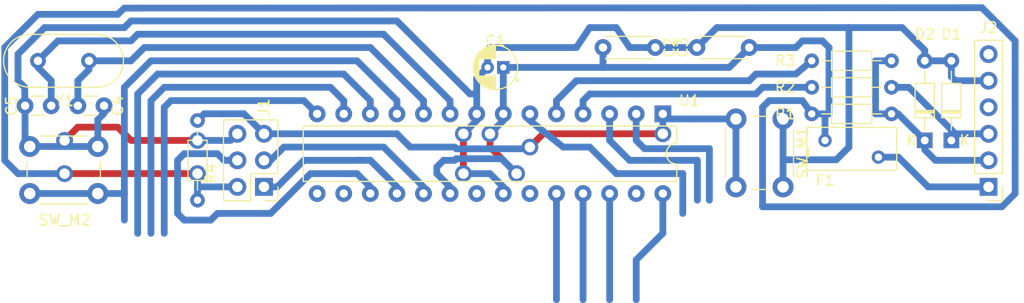
<source format=kicad_pcb>
(kicad_pcb (version 20171130) (host pcbnew 5.1.6)

  (general
    (thickness 1.6)
    (drawings 0)
    (tracks 243)
    (zones 0)
    (modules 18)
    (nets 32)
  )

  (page USLegal)
  (title_block
    (date 2020-06-01)
  )

  (layers
    (0 F.Cu signal)
    (31 B.Cu signal)
    (32 B.Adhes user)
    (33 F.Adhes user)
    (34 B.Paste user)
    (35 F.Paste user)
    (36 B.SilkS user)
    (37 F.SilkS user)
    (38 B.Mask user)
    (39 F.Mask user)
    (40 Dwgs.User user)
    (41 Cmts.User user)
    (42 Eco1.User user)
    (43 Eco2.User user)
    (44 Edge.Cuts user)
    (45 Margin user)
    (46 B.CrtYd user)
    (47 F.CrtYd user)
    (48 B.Fab user)
    (49 F.Fab user)
  )

  (setup
    (last_trace_width 0.65)
    (trace_clearance 0.3)
    (zone_clearance 0.508)
    (zone_45_only no)
    (trace_min 0.2)
    (via_size 1.6)
    (via_drill 1)
    (via_min_size 0.4)
    (via_min_drill 0.3)
    (uvia_size 0.3)
    (uvia_drill 0.1)
    (uvias_allowed no)
    (uvia_min_size 0.2)
    (uvia_min_drill 0.1)
    (edge_width 0.05)
    (segment_width 0.2)
    (pcb_text_width 0.3)
    (pcb_text_size 1.5 1.5)
    (mod_edge_width 0.12)
    (mod_text_size 1 1)
    (mod_text_width 0.15)
    (pad_size 1.524 1.524)
    (pad_drill 0.762)
    (pad_to_mask_clearance 0.05)
    (aux_axis_origin 0 0)
    (visible_elements FFFFFF7F)
    (pcbplotparams
      (layerselection 0x010fc_ffffffff)
      (usegerberextensions false)
      (usegerberattributes true)
      (usegerberadvancedattributes true)
      (creategerberjobfile true)
      (excludeedgelayer true)
      (linewidth 0.100000)
      (plotframeref false)
      (viasonmask false)
      (mode 1)
      (useauxorigin false)
      (hpglpennumber 1)
      (hpglpenspeed 20)
      (hpglpendiameter 15.000000)
      (psnegative false)
      (psa4output false)
      (plotreference true)
      (plotvalue true)
      (plotinvisibletext false)
      (padsonsilk false)
      (subtractmaskfromsilk false)
      (outputformat 1)
      (mirror false)
      (drillshape 1)
      (scaleselection 1)
      (outputdirectory ""))
  )

  (net 0 "")
  (net 1 +5V)
  (net 2 GND)
  (net 3 "Net-(C4-Pad1)")
  (net 4 "Net-(C5-Pad1)")
  (net 5 "Net-(D1-Pad1)")
  (net 6 "Net-(D2-Pad1)")
  (net 7 /ROW0)
  (net 8 /ROW1)
  (net 9 /ROW2)
  (net 10 /ROW3)
  (net 11 /ROW4)
  (net 12 "Net-(F1-Pad2)")
  (net 13 /RESET)
  (net 14 /USB_D+)
  (net 15 /USB_D-)
  (net 16 /COL0)
  (net 17 /COL1)
  (net 18 /COL2)
  (net 19 /COL3)
  (net 20 /COL4)
  (net 21 /COL5)
  (net 22 /COL6)
  (net 23 /COL7)
  (net 24 /COL8)
  (net 25 /COL9)
  (net 26 /COL10)
  (net 27 /COL11)
  (net 28 /COL12)
  (net 29 "Net-(J2-Pad4)")
  (net 30 "Net-(J2-Pad6)")
  (net 31 "Net-(U1-Pad21)")

  (net_class Default "This is the default net class."
    (clearance 0.3)
    (trace_width 0.65)
    (via_dia 1.6)
    (via_drill 1)
    (uvia_dia 0.3)
    (uvia_drill 0.1)
    (add_net +5V)
    (add_net /COL0)
    (add_net /COL1)
    (add_net /COL10)
    (add_net /COL11)
    (add_net /COL12)
    (add_net /COL2)
    (add_net /COL3)
    (add_net /COL4)
    (add_net /COL5)
    (add_net /COL6)
    (add_net /COL7)
    (add_net /COL8)
    (add_net /COL9)
    (add_net /RESET)
    (add_net /ROW0)
    (add_net /ROW1)
    (add_net /ROW2)
    (add_net /ROW3)
    (add_net /ROW4)
    (add_net /USB_D+)
    (add_net /USB_D-)
    (add_net GND)
    (add_net "Net-(C4-Pad1)")
    (add_net "Net-(C5-Pad1)")
    (add_net "Net-(D1-Pad1)")
    (add_net "Net-(D2-Pad1)")
    (add_net "Net-(F1-Pad2)")
    (add_net "Net-(J2-Pad4)")
    (add_net "Net-(J2-Pad6)")
    (add_net "Net-(U1-Pad21)")
  )

  (module Package_DIP:DIP-28_W7.62mm (layer F.Cu) (tedit 5A02E8C5) (tstamp 5ED5147E)
    (at 282.575 34.29 270)
    (descr "28-lead though-hole mounted DIP package, row spacing 7.62 mm (300 mils)")
    (tags "THT DIP DIL PDIP 2.54mm 7.62mm 300mil")
    (path /5ED14497)
    (fp_text reference U1 (at -1.27 -2.54 180) (layer F.SilkS)
      (effects (font (size 1 1) (thickness 0.15)))
    )
    (fp_text value ATmega328-PU (at 5.08 7.62 180) (layer F.Fab)
      (effects (font (size 1 1) (thickness 0.15)))
    )
    (fp_line (start 1.635 -1.27) (end 6.985 -1.27) (layer F.Fab) (width 0.1))
    (fp_line (start 6.985 -1.27) (end 6.985 34.29) (layer F.Fab) (width 0.1))
    (fp_line (start 6.985 34.29) (end 0.635 34.29) (layer F.Fab) (width 0.1))
    (fp_line (start 0.635 34.29) (end 0.635 -0.27) (layer F.Fab) (width 0.1))
    (fp_line (start 0.635 -0.27) (end 1.635 -1.27) (layer F.Fab) (width 0.1))
    (fp_line (start 2.81 -1.33) (end 1.16 -1.33) (layer F.SilkS) (width 0.12))
    (fp_line (start 1.16 -1.33) (end 1.16 34.35) (layer F.SilkS) (width 0.12))
    (fp_line (start 1.16 34.35) (end 6.46 34.35) (layer F.SilkS) (width 0.12))
    (fp_line (start 6.46 34.35) (end 6.46 -1.33) (layer F.SilkS) (width 0.12))
    (fp_line (start 6.46 -1.33) (end 4.81 -1.33) (layer F.SilkS) (width 0.12))
    (fp_line (start -1.1 -1.55) (end -1.1 34.55) (layer F.CrtYd) (width 0.05))
    (fp_line (start -1.1 34.55) (end 8.7 34.55) (layer F.CrtYd) (width 0.05))
    (fp_line (start 8.7 34.55) (end 8.7 -1.55) (layer F.CrtYd) (width 0.05))
    (fp_line (start 8.7 -1.55) (end -1.1 -1.55) (layer F.CrtYd) (width 0.05))
    (fp_arc (start 3.81 -1.33) (end 2.81 -1.33) (angle -180) (layer F.SilkS) (width 0.12))
    (fp_text user %R (at 1.27 -2.54 180) (layer F.Fab)
      (effects (font (size 1 1) (thickness 0.15)))
    )
    (pad 1 thru_hole rect (at 0 0 270) (size 1.6 1.6) (drill 0.8) (layers *.Cu *.Mask)
      (net 13 /RESET))
    (pad 15 thru_hole oval (at 7.62 33.02 270) (size 1.6 1.6) (drill 0.8) (layers *.Cu *.Mask)
      (net 20 /COL4))
    (pad 2 thru_hole oval (at 0 2.54 270) (size 1.6 1.6) (drill 0.8) (layers *.Cu *.Mask)
      (net 27 /COL11))
    (pad 16 thru_hole oval (at 7.62 30.48 270) (size 1.6 1.6) (drill 0.8) (layers *.Cu *.Mask)
      (net 21 /COL5))
    (pad 3 thru_hole oval (at 0 5.08 270) (size 1.6 1.6) (drill 0.8) (layers *.Cu *.Mask)
      (net 26 /COL10))
    (pad 17 thru_hole oval (at 7.62 27.94 270) (size 1.6 1.6) (drill 0.8) (layers *.Cu *.Mask)
      (net 9 /ROW2))
    (pad 4 thru_hole oval (at 0 7.62 270) (size 1.6 1.6) (drill 0.8) (layers *.Cu *.Mask)
      (net 14 /USB_D+))
    (pad 18 thru_hole oval (at 7.62 25.4 270) (size 1.6 1.6) (drill 0.8) (layers *.Cu *.Mask)
      (net 7 /ROW0))
    (pad 5 thru_hole oval (at 0 10.16 270) (size 1.6 1.6) (drill 0.8) (layers *.Cu *.Mask)
      (net 15 /USB_D-))
    (pad 19 thru_hole oval (at 7.62 22.86 270) (size 1.6 1.6) (drill 0.8) (layers *.Cu *.Mask)
      (net 8 /ROW1))
    (pad 6 thru_hole oval (at 0 12.7 270) (size 1.6 1.6) (drill 0.8) (layers *.Cu *.Mask)
      (net 19 /COL3))
    (pad 20 thru_hole oval (at 7.62 20.32 270) (size 1.6 1.6) (drill 0.8) (layers *.Cu *.Mask)
      (net 1 +5V))
    (pad 7 thru_hole oval (at 0 15.24 270) (size 1.6 1.6) (drill 0.8) (layers *.Cu *.Mask)
      (net 1 +5V))
    (pad 21 thru_hole oval (at 7.62 17.78 270) (size 1.6 1.6) (drill 0.8) (layers *.Cu *.Mask)
      (net 31 "Net-(U1-Pad21)"))
    (pad 8 thru_hole oval (at 0 17.78 270) (size 1.6 1.6) (drill 0.8) (layers *.Cu *.Mask)
      (net 2 GND))
    (pad 22 thru_hole oval (at 7.62 15.24 270) (size 1.6 1.6) (drill 0.8) (layers *.Cu *.Mask)
      (net 2 GND))
    (pad 9 thru_hole oval (at 0 20.32 270) (size 1.6 1.6) (drill 0.8) (layers *.Cu *.Mask)
      (net 4 "Net-(C5-Pad1)"))
    (pad 23 thru_hole oval (at 7.62 12.7 270) (size 1.6 1.6) (drill 0.8) (layers *.Cu *.Mask)
      (net 11 /ROW4))
    (pad 10 thru_hole oval (at 0 22.86 270) (size 1.6 1.6) (drill 0.8) (layers *.Cu *.Mask)
      (net 3 "Net-(C4-Pad1)"))
    (pad 24 thru_hole oval (at 7.62 10.16 270) (size 1.6 1.6) (drill 0.8) (layers *.Cu *.Mask)
      (net 22 /COL6))
    (pad 11 thru_hole oval (at 0 25.4 270) (size 1.6 1.6) (drill 0.8) (layers *.Cu *.Mask)
      (net 18 /COL2))
    (pad 25 thru_hole oval (at 7.62 7.62 270) (size 1.6 1.6) (drill 0.8) (layers *.Cu *.Mask)
      (net 23 /COL7))
    (pad 12 thru_hole oval (at 0 27.94 270) (size 1.6 1.6) (drill 0.8) (layers *.Cu *.Mask)
      (net 17 /COL1))
    (pad 26 thru_hole oval (at 7.62 5.08 270) (size 1.6 1.6) (drill 0.8) (layers *.Cu *.Mask)
      (net 24 /COL8))
    (pad 13 thru_hole oval (at 0 30.48 270) (size 1.6 1.6) (drill 0.8) (layers *.Cu *.Mask)
      (net 16 /COL0))
    (pad 27 thru_hole oval (at 7.62 2.54 270) (size 1.6 1.6) (drill 0.8) (layers *.Cu *.Mask)
      (net 28 /COL12))
    (pad 14 thru_hole oval (at 0 33.02 270) (size 1.6 1.6) (drill 0.8) (layers *.Cu *.Mask)
      (net 10 /ROW3))
    (pad 28 thru_hole oval (at 7.62 0 270) (size 1.6 1.6) (drill 0.8) (layers *.Cu *.Mask)
      (net 25 /COL9))
    (model ${KISYS3DMOD}/Package_DIP.3dshapes/DIP-28_W7.62mm.wrl
      (at (xyz 0 0 0))
      (scale (xyz 1 1 1))
      (rotate (xyz 0 0 0))
    )
  )

  (module Diode_THT:D_DO-34_SOD68_P7.62mm_Horizontal (layer F.Cu) (tedit 5AE50CD5) (tstamp 5ED5155D)
    (at 307.594 36.83 90)
    (descr "Diode, DO-34_SOD68 series, Axial, Horizontal, pin pitch=7.62mm, , length*diameter=3.04*1.6mm^2, , https://www.nxp.com/docs/en/data-sheet/KTY83_SER.pdf")
    (tags "Diode DO-34_SOD68 series Axial Horizontal pin pitch 7.62mm  length 3.04mm diameter 1.6mm")
    (path /5ED27DB5)
    (fp_text reference D2 (at 10.16 0 180) (layer F.SilkS)
      (effects (font (size 1 1) (thickness 0.15)))
    )
    (fp_text value 3.6V (at 10.16 -1.27 180) (layer F.Fab)
      (effects (font (size 1 1) (thickness 0.15)))
    )
    (fp_line (start 2.29 -0.8) (end 2.29 0.8) (layer F.Fab) (width 0.1))
    (fp_line (start 2.29 0.8) (end 5.33 0.8) (layer F.Fab) (width 0.1))
    (fp_line (start 5.33 0.8) (end 5.33 -0.8) (layer F.Fab) (width 0.1))
    (fp_line (start 5.33 -0.8) (end 2.29 -0.8) (layer F.Fab) (width 0.1))
    (fp_line (start 0 0) (end 2.29 0) (layer F.Fab) (width 0.1))
    (fp_line (start 7.62 0) (end 5.33 0) (layer F.Fab) (width 0.1))
    (fp_line (start 2.746 -0.8) (end 2.746 0.8) (layer F.Fab) (width 0.1))
    (fp_line (start 2.846 -0.8) (end 2.846 0.8) (layer F.Fab) (width 0.1))
    (fp_line (start 2.646 -0.8) (end 2.646 0.8) (layer F.Fab) (width 0.1))
    (fp_line (start 2.17 -0.92) (end 2.17 0.92) (layer F.SilkS) (width 0.12))
    (fp_line (start 2.17 0.92) (end 5.45 0.92) (layer F.SilkS) (width 0.12))
    (fp_line (start 5.45 0.92) (end 5.45 -0.92) (layer F.SilkS) (width 0.12))
    (fp_line (start 5.45 -0.92) (end 2.17 -0.92) (layer F.SilkS) (width 0.12))
    (fp_line (start 0.99 0) (end 2.17 0) (layer F.SilkS) (width 0.12))
    (fp_line (start 6.63 0) (end 5.45 0) (layer F.SilkS) (width 0.12))
    (fp_line (start 2.746 -0.92) (end 2.746 0.92) (layer F.SilkS) (width 0.12))
    (fp_line (start 2.866 -0.92) (end 2.866 0.92) (layer F.SilkS) (width 0.12))
    (fp_line (start 2.626 -0.92) (end 2.626 0.92) (layer F.SilkS) (width 0.12))
    (fp_line (start -1 -1.05) (end -1 1.05) (layer F.CrtYd) (width 0.05))
    (fp_line (start -1 1.05) (end 8.63 1.05) (layer F.CrtYd) (width 0.05))
    (fp_line (start 8.63 1.05) (end 8.63 -1.05) (layer F.CrtYd) (width 0.05))
    (fp_line (start 8.63 -1.05) (end -1 -1.05) (layer F.CrtYd) (width 0.05))
    (fp_text user K (at 0 -1.27 180) (layer F.SilkS)
      (effects (font (size 1 1) (thickness 0.15)))
    )
    (fp_text user K (at -1.27 -1.75) (layer F.Fab)
      (effects (font (size 1 1) (thickness 0.15)))
    )
    (fp_text user %R (at 4.038 0 90) (layer F.Fab)
      (effects (font (size 0.608 0.608) (thickness 0.0912)))
    )
    (pad 2 thru_hole oval (at 7.62 0 90) (size 1.5 1.5) (drill 0.75) (layers *.Cu *.Mask)
      (net 2 GND))
    (pad 1 thru_hole rect (at 0 0 90) (size 1.5 1.5) (drill 0.75) (layers *.Cu *.Mask)
      (net 6 "Net-(D2-Pad1)"))
    (model ${KISYS3DMOD}/Diode_THT.3dshapes/D_DO-34_SOD68_P7.62mm_Horizontal.wrl
      (at (xyz 0 0 0))
      (scale (xyz 1 1 1))
      (rotate (xyz 0 0 0))
    )
  )

  (module Resistor_THT:R_Axial_DIN0204_L3.6mm_D1.6mm_P7.62mm_Horizontal (layer F.Cu) (tedit 5AE5139B) (tstamp 5EDAEC1A)
    (at 238.125 42.545 90)
    (descr "Resistor, Axial_DIN0204 series, Axial, Horizontal, pin pitch=7.62mm, 0.167W, length*diameter=3.6*1.6mm^2, http://cdn-reichelt.de/documents/datenblatt/B400/1_4W%23YAG.pdf")
    (tags "Resistor Axial_DIN0204 series Axial Horizontal pin pitch 7.62mm 0.167W length 3.6mm diameter 1.6mm")
    (path /5ED7F134)
    (fp_text reference R4 (at 2.54 1.27 90) (layer F.SilkS)
      (effects (font (size 1 1) (thickness 0.15)))
    )
    (fp_text value 10k (at 3.81 1.92 90) (layer F.Fab)
      (effects (font (size 1 1) (thickness 0.15)))
    )
    (fp_line (start 2.01 -0.8) (end 2.01 0.8) (layer F.Fab) (width 0.1))
    (fp_line (start 2.01 0.8) (end 5.61 0.8) (layer F.Fab) (width 0.1))
    (fp_line (start 5.61 0.8) (end 5.61 -0.8) (layer F.Fab) (width 0.1))
    (fp_line (start 5.61 -0.8) (end 2.01 -0.8) (layer F.Fab) (width 0.1))
    (fp_line (start 0 0) (end 2.01 0) (layer F.Fab) (width 0.1))
    (fp_line (start 7.62 0) (end 5.61 0) (layer F.Fab) (width 0.1))
    (fp_line (start 1.89 -0.92) (end 1.89 0.92) (layer F.SilkS) (width 0.12))
    (fp_line (start 1.89 0.92) (end 5.73 0.92) (layer F.SilkS) (width 0.12))
    (fp_line (start 5.73 0.92) (end 5.73 -0.92) (layer F.SilkS) (width 0.12))
    (fp_line (start 5.73 -0.92) (end 1.89 -0.92) (layer F.SilkS) (width 0.12))
    (fp_line (start 0.94 0) (end 1.89 0) (layer F.SilkS) (width 0.12))
    (fp_line (start 6.68 0) (end 5.73 0) (layer F.SilkS) (width 0.12))
    (fp_line (start -0.95 -1.05) (end -0.95 1.05) (layer F.CrtYd) (width 0.05))
    (fp_line (start -0.95 1.05) (end 8.57 1.05) (layer F.CrtYd) (width 0.05))
    (fp_line (start 8.57 1.05) (end 8.57 -1.05) (layer F.CrtYd) (width 0.05))
    (fp_line (start 8.57 -1.05) (end -0.95 -1.05) (layer F.CrtYd) (width 0.05))
    (fp_text user %R (at 3.81 0 90) (layer F.Fab)
      (effects (font (size 0.72 0.72) (thickness 0.108)))
    )
    (pad 2 thru_hole oval (at 7.62 0 90) (size 1.4 1.4) (drill 0.7) (layers *.Cu *.Mask)
      (net 13 /RESET))
    (pad 1 thru_hole circle (at 0 0 90) (size 1.4 1.4) (drill 0.7) (layers *.Cu *.Mask)
      (net 1 +5V))
    (model ${KISYS3DMOD}/Resistor_THT.3dshapes/R_Axial_DIN0204_L3.6mm_D1.6mm_P7.62mm_Horizontal.wrl
      (at (xyz 0 0 0))
      (scale (xyz 1 1 1))
      (rotate (xyz 0 0 0))
    )
  )

  (module Resistor_THT:R_Axial_DIN0204_L3.6mm_D1.6mm_P7.62mm_Horizontal (layer F.Cu) (tedit 5AE5139B) (tstamp 5ED51B97)
    (at 296.799 29.21)
    (descr "Resistor, Axial_DIN0204 series, Axial, Horizontal, pin pitch=7.62mm, 0.167W, length*diameter=3.6*1.6mm^2, http://cdn-reichelt.de/documents/datenblatt/B400/1_4W%23YAG.pdf")
    (tags "Resistor Axial_DIN0204 series Axial Horizontal pin pitch 7.62mm 0.167W length 3.6mm diameter 1.6mm")
    (path /5ED28B49)
    (fp_text reference R3 (at -2.54 0) (layer F.SilkS)
      (effects (font (size 1 1) (thickness 0.15)))
    )
    (fp_text value 75R (at 5.08 -2.54) (layer F.Fab)
      (effects (font (size 1 1) (thickness 0.15)))
    )
    (fp_line (start 2.01 -0.8) (end 2.01 0.8) (layer F.Fab) (width 0.1))
    (fp_line (start 2.01 0.8) (end 5.61 0.8) (layer F.Fab) (width 0.1))
    (fp_line (start 5.61 0.8) (end 5.61 -0.8) (layer F.Fab) (width 0.1))
    (fp_line (start 5.61 -0.8) (end 2.01 -0.8) (layer F.Fab) (width 0.1))
    (fp_line (start 0 0) (end 2.01 0) (layer F.Fab) (width 0.1))
    (fp_line (start 7.62 0) (end 5.61 0) (layer F.Fab) (width 0.1))
    (fp_line (start 1.89 -0.92) (end 1.89 0.92) (layer F.SilkS) (width 0.12))
    (fp_line (start 1.89 0.92) (end 5.73 0.92) (layer F.SilkS) (width 0.12))
    (fp_line (start 5.73 0.92) (end 5.73 -0.92) (layer F.SilkS) (width 0.12))
    (fp_line (start 5.73 -0.92) (end 1.89 -0.92) (layer F.SilkS) (width 0.12))
    (fp_line (start 0.94 0) (end 1.89 0) (layer F.SilkS) (width 0.12))
    (fp_line (start 6.68 0) (end 5.73 0) (layer F.SilkS) (width 0.12))
    (fp_line (start -0.95 -1.05) (end -0.95 1.05) (layer F.CrtYd) (width 0.05))
    (fp_line (start -0.95 1.05) (end 8.57 1.05) (layer F.CrtYd) (width 0.05))
    (fp_line (start 8.57 1.05) (end 8.57 -1.05) (layer F.CrtYd) (width 0.05))
    (fp_line (start 8.57 -1.05) (end -0.95 -1.05) (layer F.CrtYd) (width 0.05))
    (fp_text user %R (at 3.81 0) (layer F.Fab)
      (effects (font (size 0.72 0.72) (thickness 0.108)))
    )
    (pad 2 thru_hole oval (at 7.62 0) (size 1.4 1.4) (drill 0.7) (layers *.Cu *.Mask)
      (net 6 "Net-(D2-Pad1)"))
    (pad 1 thru_hole circle (at 0 0) (size 1.4 1.4) (drill 0.7) (layers *.Cu *.Mask)
      (net 15 /USB_D-))
    (model ${KISYS3DMOD}/Resistor_THT.3dshapes/R_Axial_DIN0204_L3.6mm_D1.6mm_P7.62mm_Horizontal.wrl
      (at (xyz 0 0 0))
      (scale (xyz 1 1 1))
      (rotate (xyz 0 0 0))
    )
  )

  (module Resistor_THT:R_Axial_DIN0204_L3.6mm_D1.6mm_P7.62mm_Horizontal (layer F.Cu) (tedit 5AE5139B) (tstamp 5ED51BD9)
    (at 296.799 31.75)
    (descr "Resistor, Axial_DIN0204 series, Axial, Horizontal, pin pitch=7.62mm, 0.167W, length*diameter=3.6*1.6mm^2, http://cdn-reichelt.de/documents/datenblatt/B400/1_4W%23YAG.pdf")
    (tags "Resistor Axial_DIN0204 series Axial Horizontal pin pitch 7.62mm 0.167W length 3.6mm diameter 1.6mm")
    (path /5ED27BBD)
    (fp_text reference R2 (at -2.54 0) (layer F.SilkS)
      (effects (font (size 1 1) (thickness 0.15)))
    )
    (fp_text value 75R (at 5.08 0) (layer F.Fab)
      (effects (font (size 1 1) (thickness 0.15)))
    )
    (fp_line (start 2.01 -0.8) (end 2.01 0.8) (layer F.Fab) (width 0.1))
    (fp_line (start 2.01 0.8) (end 5.61 0.8) (layer F.Fab) (width 0.1))
    (fp_line (start 5.61 0.8) (end 5.61 -0.8) (layer F.Fab) (width 0.1))
    (fp_line (start 5.61 -0.8) (end 2.01 -0.8) (layer F.Fab) (width 0.1))
    (fp_line (start 0 0) (end 2.01 0) (layer F.Fab) (width 0.1))
    (fp_line (start 7.62 0) (end 5.61 0) (layer F.Fab) (width 0.1))
    (fp_line (start 1.89 -0.92) (end 1.89 0.92) (layer F.SilkS) (width 0.12))
    (fp_line (start 1.89 0.92) (end 5.73 0.92) (layer F.SilkS) (width 0.12))
    (fp_line (start 5.73 0.92) (end 5.73 -0.92) (layer F.SilkS) (width 0.12))
    (fp_line (start 5.73 -0.92) (end 1.89 -0.92) (layer F.SilkS) (width 0.12))
    (fp_line (start 0.94 0) (end 1.89 0) (layer F.SilkS) (width 0.12))
    (fp_line (start 6.68 0) (end 5.73 0) (layer F.SilkS) (width 0.12))
    (fp_line (start -0.95 -1.05) (end -0.95 1.05) (layer F.CrtYd) (width 0.05))
    (fp_line (start -0.95 1.05) (end 8.57 1.05) (layer F.CrtYd) (width 0.05))
    (fp_line (start 8.57 1.05) (end 8.57 -1.05) (layer F.CrtYd) (width 0.05))
    (fp_line (start 8.57 -1.05) (end -0.95 -1.05) (layer F.CrtYd) (width 0.05))
    (fp_text user %R (at 3.81 0) (layer F.Fab)
      (effects (font (size 0.72 0.72) (thickness 0.108)))
    )
    (pad 2 thru_hole oval (at 7.62 0) (size 1.4 1.4) (drill 0.7) (layers *.Cu *.Mask)
      (net 5 "Net-(D1-Pad1)"))
    (pad 1 thru_hole circle (at 0 0) (size 1.4 1.4) (drill 0.7) (layers *.Cu *.Mask)
      (net 14 /USB_D+))
    (model ${KISYS3DMOD}/Resistor_THT.3dshapes/R_Axial_DIN0204_L3.6mm_D1.6mm_P7.62mm_Horizontal.wrl
      (at (xyz 0 0 0))
      (scale (xyz 1 1 1))
      (rotate (xyz 0 0 0))
    )
  )

  (module Resistor_THT:R_Axial_DIN0204_L3.6mm_D1.6mm_P7.62mm_Horizontal (layer F.Cu) (tedit 5AE5139B) (tstamp 5ED51C1B)
    (at 296.799 34.29)
    (descr "Resistor, Axial_DIN0204 series, Axial, Horizontal, pin pitch=7.62mm, 0.167W, length*diameter=3.6*1.6mm^2, http://cdn-reichelt.de/documents/datenblatt/B400/1_4W%23YAG.pdf")
    (tags "Resistor Axial_DIN0204 series Axial Horizontal pin pitch 7.62mm 0.167W length 3.6mm diameter 1.6mm")
    (path /5ED1DCF2)
    (fp_text reference R1 (at -2.54 0) (layer F.SilkS)
      (effects (font (size 1 1) (thickness 0.15)))
    )
    (fp_text value 1.5k (at 10.16 0) (layer F.Fab)
      (effects (font (size 1 1) (thickness 0.15)))
    )
    (fp_line (start 2.01 -0.8) (end 2.01 0.8) (layer F.Fab) (width 0.1))
    (fp_line (start 2.01 0.8) (end 5.61 0.8) (layer F.Fab) (width 0.1))
    (fp_line (start 5.61 0.8) (end 5.61 -0.8) (layer F.Fab) (width 0.1))
    (fp_line (start 5.61 -0.8) (end 2.01 -0.8) (layer F.Fab) (width 0.1))
    (fp_line (start 0 0) (end 2.01 0) (layer F.Fab) (width 0.1))
    (fp_line (start 7.62 0) (end 5.61 0) (layer F.Fab) (width 0.1))
    (fp_line (start 1.89 -0.92) (end 1.89 0.92) (layer F.SilkS) (width 0.12))
    (fp_line (start 1.89 0.92) (end 5.73 0.92) (layer F.SilkS) (width 0.12))
    (fp_line (start 5.73 0.92) (end 5.73 -0.92) (layer F.SilkS) (width 0.12))
    (fp_line (start 5.73 -0.92) (end 1.89 -0.92) (layer F.SilkS) (width 0.12))
    (fp_line (start 0.94 0) (end 1.89 0) (layer F.SilkS) (width 0.12))
    (fp_line (start 6.68 0) (end 5.73 0) (layer F.SilkS) (width 0.12))
    (fp_line (start -0.95 -1.05) (end -0.95 1.05) (layer F.CrtYd) (width 0.05))
    (fp_line (start -0.95 1.05) (end 8.57 1.05) (layer F.CrtYd) (width 0.05))
    (fp_line (start 8.57 1.05) (end 8.57 -1.05) (layer F.CrtYd) (width 0.05))
    (fp_line (start 8.57 -1.05) (end -0.95 -1.05) (layer F.CrtYd) (width 0.05))
    (fp_text user %R (at 3.81 0) (layer F.Fab)
      (effects (font (size 0.72 0.72) (thickness 0.108)))
    )
    (pad 2 thru_hole oval (at 7.62 0) (size 1.4 1.4) (drill 0.7) (layers *.Cu *.Mask)
      (net 6 "Net-(D2-Pad1)"))
    (pad 1 thru_hole circle (at 0 0) (size 1.4 1.4) (drill 0.7) (layers *.Cu *.Mask)
      (net 1 +5V))
    (model ${KISYS3DMOD}/Resistor_THT.3dshapes/R_Axial_DIN0204_L3.6mm_D1.6mm_P7.62mm_Horizontal.wrl
      (at (xyz 0 0 0))
      (scale (xyz 1 1 1))
      (rotate (xyz 0 0 0))
    )
  )

  (module Button_Switch_THT:SW_PUSH_6mm (layer F.Cu) (tedit 5A02FE31) (tstamp 5ED51C65)
    (at 289.56 41.275 90)
    (descr https://www.omron.com/ecb/products/pdf/en-b3f.pdf)
    (tags "tact sw push 6mm")
    (path /5ED7F9B2)
    (fp_text reference SW_M1 (at 3.25 6.35 90) (layer F.SilkS)
      (effects (font (size 1 1) (thickness 0.15)))
    )
    (fp_text value RESET (at 3.75 6.7 90) (layer F.Fab)
      (effects (font (size 1 1) (thickness 0.15)))
    )
    (fp_circle (center 3.25 2.25) (end 1.25 2.5) (layer F.Fab) (width 0.1))
    (fp_line (start 6.75 3) (end 6.75 1.5) (layer F.SilkS) (width 0.12))
    (fp_line (start 5.5 -1) (end 1 -1) (layer F.SilkS) (width 0.12))
    (fp_line (start -0.25 1.5) (end -0.25 3) (layer F.SilkS) (width 0.12))
    (fp_line (start 1 5.5) (end 5.5 5.5) (layer F.SilkS) (width 0.12))
    (fp_line (start 8 -1.25) (end 8 5.75) (layer F.CrtYd) (width 0.05))
    (fp_line (start 7.75 6) (end -1.25 6) (layer F.CrtYd) (width 0.05))
    (fp_line (start -1.5 5.75) (end -1.5 -1.25) (layer F.CrtYd) (width 0.05))
    (fp_line (start -1.25 -1.5) (end 7.75 -1.5) (layer F.CrtYd) (width 0.05))
    (fp_line (start -1.5 6) (end -1.25 6) (layer F.CrtYd) (width 0.05))
    (fp_line (start -1.5 5.75) (end -1.5 6) (layer F.CrtYd) (width 0.05))
    (fp_line (start -1.5 -1.5) (end -1.25 -1.5) (layer F.CrtYd) (width 0.05))
    (fp_line (start -1.5 -1.25) (end -1.5 -1.5) (layer F.CrtYd) (width 0.05))
    (fp_line (start 8 -1.5) (end 8 -1.25) (layer F.CrtYd) (width 0.05))
    (fp_line (start 7.75 -1.5) (end 8 -1.5) (layer F.CrtYd) (width 0.05))
    (fp_line (start 8 6) (end 8 5.75) (layer F.CrtYd) (width 0.05))
    (fp_line (start 7.75 6) (end 8 6) (layer F.CrtYd) (width 0.05))
    (fp_line (start 0.25 -0.75) (end 3.25 -0.75) (layer F.Fab) (width 0.1))
    (fp_line (start 0.25 5.25) (end 0.25 -0.75) (layer F.Fab) (width 0.1))
    (fp_line (start 6.25 5.25) (end 0.25 5.25) (layer F.Fab) (width 0.1))
    (fp_line (start 6.25 -0.75) (end 6.25 5.25) (layer F.Fab) (width 0.1))
    (fp_line (start 3.25 -0.75) (end 6.25 -0.75) (layer F.Fab) (width 0.1))
    (fp_text user %R (at 3.25 2.25 90) (layer F.Fab)
      (effects (font (size 1 1) (thickness 0.15)))
    )
    (pad 1 thru_hole circle (at 6.5 0 180) (size 2 2) (drill 1.1) (layers *.Cu *.Mask)
      (net 13 /RESET))
    (pad 2 thru_hole circle (at 6.5 4.5 180) (size 2 2) (drill 1.1) (layers *.Cu *.Mask)
      (net 2 GND))
    (pad 1 thru_hole circle (at 0 0 180) (size 2 2) (drill 1.1) (layers *.Cu *.Mask)
      (net 13 /RESET))
    (pad 2 thru_hole circle (at 0 4.5 180) (size 2 2) (drill 1.1) (layers *.Cu *.Mask)
      (net 2 GND))
    (model ${KISYS3DMOD}/Button_Switch_THT.3dshapes/SW_PUSH_6mm.wrl
      (at (xyz 0 0 0))
      (scale (xyz 1 1 1))
      (rotate (xyz 0 0 0))
    )
  )

  (module Fuse:Fuse_BelFuse_0ZRE0005FF_L8.3mm_W3.8mm (layer F.Cu) (tedit 5BAABA15) (tstamp 5ED51CB3)
    (at 298.069 36.83)
    (descr "Fuse 0ZRE0005FF, BelFuse, Radial Leaded PTC, https://www.belfuse.com/resources/datasheets/circuitprotection/ds-cp-0zre-series.pdf")
    (tags "0ZRE BelFuse radial PTC")
    (path /5ED275C4)
    (fp_text reference F1 (at 0 3.81) (layer F.SilkS)
      (effects (font (size 1 1) (thickness 0.15)))
    )
    (fp_text value 100mA (at 0 5.08) (layer F.Fab)
      (effects (font (size 1 1) (thickness 0.15)))
    )
    (fp_line (start -1.75 2.85) (end 6.85 2.85) (layer F.SilkS) (width 0.12))
    (fp_line (start 6.85 -1.25) (end 6.85 2.85) (layer F.SilkS) (width 0.12))
    (fp_line (start -1.75 -1.25) (end -1.75 2.85) (layer F.SilkS) (width 0.12))
    (fp_line (start -1.75 -1.25) (end 6.85 -1.25) (layer F.SilkS) (width 0.12))
    (fp_line (start -1.85 2.95) (end 6.95 2.95) (layer F.CrtYd) (width 0.05))
    (fp_line (start 6.95 -1.35) (end 6.95 2.95) (layer F.CrtYd) (width 0.05))
    (fp_line (start -1.85 -1.35) (end -1.85 2.95) (layer F.CrtYd) (width 0.05))
    (fp_line (start -1.85 -1.35) (end 6.95 -1.35) (layer F.CrtYd) (width 0.05))
    (fp_line (start -1.6 -1.1) (end 6.7 -1.1) (layer F.Fab) (width 0.1))
    (fp_line (start -1.6 2.7) (end 6.7 2.7) (layer F.Fab) (width 0.1))
    (fp_line (start -1.6 -1.1) (end -1.6 2.7) (layer F.Fab) (width 0.1))
    (fp_line (start 6.7 -1.1) (end 6.7 2.7) (layer F.Fab) (width 0.1))
    (fp_text user %R (at 0 3.81) (layer F.Fab)
      (effects (font (size 1 1) (thickness 0.15)))
    )
    (pad 1 thru_hole circle (at 0 0) (size 1.27 1.27) (drill 0.71) (layers *.Cu *.Mask)
      (net 1 +5V))
    (pad 2 thru_hole circle (at 5.1 1.6) (size 1.27 1.27) (drill 0.71) (layers *.Cu *.Mask)
      (net 12 "Net-(F1-Pad2)"))
    (model ${KISYS3DMOD}/Fuse.3dshapes/Fuse_BelFuse_0ZRE_0ZRE0005FF_L8.3mm_W3.8mm.wrl
      (at (xyz 0 0 0))
      (scale (xyz 1 1 1))
      (rotate (xyz 0 0 0))
    )
  )

  (module Diode_THT:D_DO-34_SOD68_P7.62mm_Horizontal (layer F.Cu) (tedit 5AE50CD5) (tstamp 5ED518B7)
    (at 310.134 36.83 90)
    (descr "Diode, DO-34_SOD68 series, Axial, Horizontal, pin pitch=7.62mm, , length*diameter=3.04*1.6mm^2, , https://www.nxp.com/docs/en/data-sheet/KTY83_SER.pdf")
    (tags "Diode DO-34_SOD68 series Axial Horizontal pin pitch 7.62mm  length 3.04mm diameter 1.6mm")
    (path /5ED24F56)
    (fp_text reference D1 (at 10.16 0 180) (layer F.SilkS)
      (effects (font (size 1 1) (thickness 0.15)))
    )
    (fp_text value 3.6V (at 10.16 1.27 180) (layer F.Fab)
      (effects (font (size 1 1) (thickness 0.15)))
    )
    (fp_line (start 2.29 -0.8) (end 2.29 0.8) (layer F.Fab) (width 0.1))
    (fp_line (start 2.29 0.8) (end 5.33 0.8) (layer F.Fab) (width 0.1))
    (fp_line (start 5.33 0.8) (end 5.33 -0.8) (layer F.Fab) (width 0.1))
    (fp_line (start 5.33 -0.8) (end 2.29 -0.8) (layer F.Fab) (width 0.1))
    (fp_line (start 0 0) (end 2.29 0) (layer F.Fab) (width 0.1))
    (fp_line (start 7.62 0) (end 5.33 0) (layer F.Fab) (width 0.1))
    (fp_line (start 2.746 -0.8) (end 2.746 0.8) (layer F.Fab) (width 0.1))
    (fp_line (start 2.846 -0.8) (end 2.846 0.8) (layer F.Fab) (width 0.1))
    (fp_line (start 2.646 -0.8) (end 2.646 0.8) (layer F.Fab) (width 0.1))
    (fp_line (start 2.17 -0.92) (end 2.17 0.92) (layer F.SilkS) (width 0.12))
    (fp_line (start 2.17 0.92) (end 5.45 0.92) (layer F.SilkS) (width 0.12))
    (fp_line (start 5.45 0.92) (end 5.45 -0.92) (layer F.SilkS) (width 0.12))
    (fp_line (start 5.45 -0.92) (end 2.17 -0.92) (layer F.SilkS) (width 0.12))
    (fp_line (start 0.99 0) (end 2.17 0) (layer F.SilkS) (width 0.12))
    (fp_line (start 6.63 0) (end 5.45 0) (layer F.SilkS) (width 0.12))
    (fp_line (start 2.746 -0.92) (end 2.746 0.92) (layer F.SilkS) (width 0.12))
    (fp_line (start 2.866 -0.92) (end 2.866 0.92) (layer F.SilkS) (width 0.12))
    (fp_line (start 2.626 -0.92) (end 2.626 0.92) (layer F.SilkS) (width 0.12))
    (fp_line (start -1 -1.05) (end -1 1.05) (layer F.CrtYd) (width 0.05))
    (fp_line (start -1 1.05) (end 8.63 1.05) (layer F.CrtYd) (width 0.05))
    (fp_line (start 8.63 1.05) (end 8.63 -1.05) (layer F.CrtYd) (width 0.05))
    (fp_line (start 8.63 -1.05) (end -1 -1.05) (layer F.CrtYd) (width 0.05))
    (fp_text user K (at 0 1.27 180) (layer F.SilkS)
      (effects (font (size 1 1) (thickness 0.15)))
    )
    (fp_text user K (at 0 1.27 180) (layer F.Fab)
      (effects (font (size 1 1) (thickness 0.15)))
    )
    (fp_text user %R (at 4.038 0 90) (layer F.Fab)
      (effects (font (size 0.608 0.608) (thickness 0.0912)))
    )
    (pad 2 thru_hole oval (at 7.62 0 90) (size 1.5 1.5) (drill 0.75) (layers *.Cu *.Mask)
      (net 2 GND))
    (pad 1 thru_hole rect (at 0 0 90) (size 1.5 1.5) (drill 0.75) (layers *.Cu *.Mask)
      (net 5 "Net-(D1-Pad1)"))
    (model ${KISYS3DMOD}/Diode_THT.3dshapes/D_DO-34_SOD68_P7.62mm_Horizontal.wrl
      (at (xyz 0 0 0))
      (scale (xyz 1 1 1))
      (rotate (xyz 0 0 0))
    )
  )

  (module Button_Switch_THT:SW_PUSH_6mm (layer F.Cu) (tedit 5A02FE31) (tstamp 5ED64D3C)
    (at 228.6 41.91 180)
    (descr https://www.omron.com/ecb/products/pdf/en-b3f.pdf)
    (tags "tact sw push 6mm")
    (path /5ED80458)
    (fp_text reference SW_M2 (at 3.175 -2.54) (layer F.SilkS)
      (effects (font (size 1 1) (thickness 0.15)))
    )
    (fp_text value BOOT (at 3.175 -2.54) (layer F.Fab)
      (effects (font (size 1 1) (thickness 0.15)))
    )
    (fp_line (start 3.25 -0.75) (end 6.25 -0.75) (layer F.Fab) (width 0.1))
    (fp_line (start 6.25 -0.75) (end 6.25 5.25) (layer F.Fab) (width 0.1))
    (fp_line (start 6.25 5.25) (end 0.25 5.25) (layer F.Fab) (width 0.1))
    (fp_line (start 0.25 5.25) (end 0.25 -0.75) (layer F.Fab) (width 0.1))
    (fp_line (start 0.25 -0.75) (end 3.25 -0.75) (layer F.Fab) (width 0.1))
    (fp_line (start 7.75 6) (end 8 6) (layer F.CrtYd) (width 0.05))
    (fp_line (start 8 6) (end 8 5.75) (layer F.CrtYd) (width 0.05))
    (fp_line (start 7.75 -1.5) (end 8 -1.5) (layer F.CrtYd) (width 0.05))
    (fp_line (start 8 -1.5) (end 8 -1.25) (layer F.CrtYd) (width 0.05))
    (fp_line (start -1.5 -1.25) (end -1.5 -1.5) (layer F.CrtYd) (width 0.05))
    (fp_line (start -1.5 -1.5) (end -1.25 -1.5) (layer F.CrtYd) (width 0.05))
    (fp_line (start -1.5 5.75) (end -1.5 6) (layer F.CrtYd) (width 0.05))
    (fp_line (start -1.5 6) (end -1.25 6) (layer F.CrtYd) (width 0.05))
    (fp_line (start -1.25 -1.5) (end 7.75 -1.5) (layer F.CrtYd) (width 0.05))
    (fp_line (start -1.5 5.75) (end -1.5 -1.25) (layer F.CrtYd) (width 0.05))
    (fp_line (start 7.75 6) (end -1.25 6) (layer F.CrtYd) (width 0.05))
    (fp_line (start 8 -1.25) (end 8 5.75) (layer F.CrtYd) (width 0.05))
    (fp_line (start 1 5.5) (end 5.5 5.5) (layer F.SilkS) (width 0.12))
    (fp_line (start -0.25 1.5) (end -0.25 3) (layer F.SilkS) (width 0.12))
    (fp_line (start 5.5 -1) (end 1 -1) (layer F.SilkS) (width 0.12))
    (fp_line (start 6.75 3) (end 6.75 1.5) (layer F.SilkS) (width 0.12))
    (fp_circle (center 3.25 2.25) (end 1.25 2.5) (layer F.Fab) (width 0.1))
    (fp_text user %R (at 3.25 2.25) (layer F.Fab)
      (effects (font (size 1 1) (thickness 0.15)))
    )
    (pad 2 thru_hole circle (at 0 4.5 270) (size 2 2) (drill 1.1) (layers *.Cu *.Mask)
      (net 2 GND))
    (pad 1 thru_hole circle (at 0 0 270) (size 2 2) (drill 1.1) (layers *.Cu *.Mask)
      (net 18 /COL2))
    (pad 2 thru_hole circle (at 6.5 4.5 270) (size 2 2) (drill 1.1) (layers *.Cu *.Mask)
      (net 2 GND))
    (pad 1 thru_hole circle (at 6.5 0 270) (size 2 2) (drill 1.1) (layers *.Cu *.Mask)
      (net 18 /COL2))
    (model ${KISYS3DMOD}/Button_Switch_THT.3dshapes/SW_PUSH_6mm.wrl
      (at (xyz 0 0 0))
      (scale (xyz 1 1 1))
      (rotate (xyz 0 0 0))
    )
  )

  (module Capacitor_THT:CP_Radial_D4.0mm_P1.50mm (layer F.Cu) (tedit 5AE50EF0) (tstamp 5ED51603)
    (at 267.335 29.845 180)
    (descr "CP, Radial series, Radial, pin pitch=1.50mm, , diameter=4mm, Electrolytic Capacitor")
    (tags "CP Radial series Radial pin pitch 1.50mm  diameter 4mm Electrolytic Capacitor")
    (path /5ED3A39B)
    (fp_text reference C1 (at 0.75 2.54) (layer F.SilkS)
      (effects (font (size 1 1) (thickness 0.15)))
    )
    (fp_text value 10u (at 2.54 -2.54) (layer F.Fab)
      (effects (font (size 1 1) (thickness 0.15)))
    )
    (fp_circle (center 0.75 0) (end 2.75 0) (layer F.Fab) (width 0.1))
    (fp_circle (center 0.75 0) (end 2.87 0) (layer F.SilkS) (width 0.12))
    (fp_circle (center 0.75 0) (end 3 0) (layer F.CrtYd) (width 0.05))
    (fp_line (start -0.952554 -0.8675) (end -0.552554 -0.8675) (layer F.Fab) (width 0.1))
    (fp_line (start -0.752554 -1.0675) (end -0.752554 -0.6675) (layer F.Fab) (width 0.1))
    (fp_line (start 0.75 0.84) (end 0.75 2.08) (layer F.SilkS) (width 0.12))
    (fp_line (start 0.75 -2.08) (end 0.75 -0.84) (layer F.SilkS) (width 0.12))
    (fp_line (start 0.79 0.84) (end 0.79 2.08) (layer F.SilkS) (width 0.12))
    (fp_line (start 0.79 -2.08) (end 0.79 -0.84) (layer F.SilkS) (width 0.12))
    (fp_line (start 0.83 0.84) (end 0.83 2.079) (layer F.SilkS) (width 0.12))
    (fp_line (start 0.83 -2.079) (end 0.83 -0.84) (layer F.SilkS) (width 0.12))
    (fp_line (start 0.87 -2.077) (end 0.87 -0.84) (layer F.SilkS) (width 0.12))
    (fp_line (start 0.87 0.84) (end 0.87 2.077) (layer F.SilkS) (width 0.12))
    (fp_line (start 0.91 -2.074) (end 0.91 -0.84) (layer F.SilkS) (width 0.12))
    (fp_line (start 0.91 0.84) (end 0.91 2.074) (layer F.SilkS) (width 0.12))
    (fp_line (start 0.95 -2.071) (end 0.95 -0.84) (layer F.SilkS) (width 0.12))
    (fp_line (start 0.95 0.84) (end 0.95 2.071) (layer F.SilkS) (width 0.12))
    (fp_line (start 0.99 -2.067) (end 0.99 -0.84) (layer F.SilkS) (width 0.12))
    (fp_line (start 0.99 0.84) (end 0.99 2.067) (layer F.SilkS) (width 0.12))
    (fp_line (start 1.03 -2.062) (end 1.03 -0.84) (layer F.SilkS) (width 0.12))
    (fp_line (start 1.03 0.84) (end 1.03 2.062) (layer F.SilkS) (width 0.12))
    (fp_line (start 1.07 -2.056) (end 1.07 -0.84) (layer F.SilkS) (width 0.12))
    (fp_line (start 1.07 0.84) (end 1.07 2.056) (layer F.SilkS) (width 0.12))
    (fp_line (start 1.11 -2.05) (end 1.11 -0.84) (layer F.SilkS) (width 0.12))
    (fp_line (start 1.11 0.84) (end 1.11 2.05) (layer F.SilkS) (width 0.12))
    (fp_line (start 1.15 -2.042) (end 1.15 -0.84) (layer F.SilkS) (width 0.12))
    (fp_line (start 1.15 0.84) (end 1.15 2.042) (layer F.SilkS) (width 0.12))
    (fp_line (start 1.19 -2.034) (end 1.19 -0.84) (layer F.SilkS) (width 0.12))
    (fp_line (start 1.19 0.84) (end 1.19 2.034) (layer F.SilkS) (width 0.12))
    (fp_line (start 1.23 -2.025) (end 1.23 -0.84) (layer F.SilkS) (width 0.12))
    (fp_line (start 1.23 0.84) (end 1.23 2.025) (layer F.SilkS) (width 0.12))
    (fp_line (start 1.27 -2.016) (end 1.27 -0.84) (layer F.SilkS) (width 0.12))
    (fp_line (start 1.27 0.84) (end 1.27 2.016) (layer F.SilkS) (width 0.12))
    (fp_line (start 1.31 -2.005) (end 1.31 -0.84) (layer F.SilkS) (width 0.12))
    (fp_line (start 1.31 0.84) (end 1.31 2.005) (layer F.SilkS) (width 0.12))
    (fp_line (start 1.35 -1.994) (end 1.35 -0.84) (layer F.SilkS) (width 0.12))
    (fp_line (start 1.35 0.84) (end 1.35 1.994) (layer F.SilkS) (width 0.12))
    (fp_line (start 1.39 -1.982) (end 1.39 -0.84) (layer F.SilkS) (width 0.12))
    (fp_line (start 1.39 0.84) (end 1.39 1.982) (layer F.SilkS) (width 0.12))
    (fp_line (start 1.43 -1.968) (end 1.43 -0.84) (layer F.SilkS) (width 0.12))
    (fp_line (start 1.43 0.84) (end 1.43 1.968) (layer F.SilkS) (width 0.12))
    (fp_line (start 1.471 -1.954) (end 1.471 -0.84) (layer F.SilkS) (width 0.12))
    (fp_line (start 1.471 0.84) (end 1.471 1.954) (layer F.SilkS) (width 0.12))
    (fp_line (start 1.511 -1.94) (end 1.511 -0.84) (layer F.SilkS) (width 0.12))
    (fp_line (start 1.511 0.84) (end 1.511 1.94) (layer F.SilkS) (width 0.12))
    (fp_line (start 1.551 -1.924) (end 1.551 -0.84) (layer F.SilkS) (width 0.12))
    (fp_line (start 1.551 0.84) (end 1.551 1.924) (layer F.SilkS) (width 0.12))
    (fp_line (start 1.591 -1.907) (end 1.591 -0.84) (layer F.SilkS) (width 0.12))
    (fp_line (start 1.591 0.84) (end 1.591 1.907) (layer F.SilkS) (width 0.12))
    (fp_line (start 1.631 -1.889) (end 1.631 -0.84) (layer F.SilkS) (width 0.12))
    (fp_line (start 1.631 0.84) (end 1.631 1.889) (layer F.SilkS) (width 0.12))
    (fp_line (start 1.671 -1.87) (end 1.671 -0.84) (layer F.SilkS) (width 0.12))
    (fp_line (start 1.671 0.84) (end 1.671 1.87) (layer F.SilkS) (width 0.12))
    (fp_line (start 1.711 -1.851) (end 1.711 -0.84) (layer F.SilkS) (width 0.12))
    (fp_line (start 1.711 0.84) (end 1.711 1.851) (layer F.SilkS) (width 0.12))
    (fp_line (start 1.751 -1.83) (end 1.751 -0.84) (layer F.SilkS) (width 0.12))
    (fp_line (start 1.751 0.84) (end 1.751 1.83) (layer F.SilkS) (width 0.12))
    (fp_line (start 1.791 -1.808) (end 1.791 -0.84) (layer F.SilkS) (width 0.12))
    (fp_line (start 1.791 0.84) (end 1.791 1.808) (layer F.SilkS) (width 0.12))
    (fp_line (start 1.831 -1.785) (end 1.831 -0.84) (layer F.SilkS) (width 0.12))
    (fp_line (start 1.831 0.84) (end 1.831 1.785) (layer F.SilkS) (width 0.12))
    (fp_line (start 1.871 -1.76) (end 1.871 -0.84) (layer F.SilkS) (width 0.12))
    (fp_line (start 1.871 0.84) (end 1.871 1.76) (layer F.SilkS) (width 0.12))
    (fp_line (start 1.911 -1.735) (end 1.911 -0.84) (layer F.SilkS) (width 0.12))
    (fp_line (start 1.911 0.84) (end 1.911 1.735) (layer F.SilkS) (width 0.12))
    (fp_line (start 1.951 -1.708) (end 1.951 -0.84) (layer F.SilkS) (width 0.12))
    (fp_line (start 1.951 0.84) (end 1.951 1.708) (layer F.SilkS) (width 0.12))
    (fp_line (start 1.991 -1.68) (end 1.991 -0.84) (layer F.SilkS) (width 0.12))
    (fp_line (start 1.991 0.84) (end 1.991 1.68) (layer F.SilkS) (width 0.12))
    (fp_line (start 2.031 -1.65) (end 2.031 -0.84) (layer F.SilkS) (width 0.12))
    (fp_line (start 2.031 0.84) (end 2.031 1.65) (layer F.SilkS) (width 0.12))
    (fp_line (start 2.071 -1.619) (end 2.071 -0.84) (layer F.SilkS) (width 0.12))
    (fp_line (start 2.071 0.84) (end 2.071 1.619) (layer F.SilkS) (width 0.12))
    (fp_line (start 2.111 -1.587) (end 2.111 -0.84) (layer F.SilkS) (width 0.12))
    (fp_line (start 2.111 0.84) (end 2.111 1.587) (layer F.SilkS) (width 0.12))
    (fp_line (start 2.151 -1.552) (end 2.151 -0.84) (layer F.SilkS) (width 0.12))
    (fp_line (start 2.151 0.84) (end 2.151 1.552) (layer F.SilkS) (width 0.12))
    (fp_line (start 2.191 -1.516) (end 2.191 -0.84) (layer F.SilkS) (width 0.12))
    (fp_line (start 2.191 0.84) (end 2.191 1.516) (layer F.SilkS) (width 0.12))
    (fp_line (start 2.231 -1.478) (end 2.231 -0.84) (layer F.SilkS) (width 0.12))
    (fp_line (start 2.231 0.84) (end 2.231 1.478) (layer F.SilkS) (width 0.12))
    (fp_line (start 2.271 -1.438) (end 2.271 -0.84) (layer F.SilkS) (width 0.12))
    (fp_line (start 2.271 0.84) (end 2.271 1.438) (layer F.SilkS) (width 0.12))
    (fp_line (start 2.311 -1.396) (end 2.311 -0.84) (layer F.SilkS) (width 0.12))
    (fp_line (start 2.311 0.84) (end 2.311 1.396) (layer F.SilkS) (width 0.12))
    (fp_line (start 2.351 -1.351) (end 2.351 1.351) (layer F.SilkS) (width 0.12))
    (fp_line (start 2.391 -1.304) (end 2.391 1.304) (layer F.SilkS) (width 0.12))
    (fp_line (start 2.431 -1.254) (end 2.431 1.254) (layer F.SilkS) (width 0.12))
    (fp_line (start 2.471 -1.2) (end 2.471 1.2) (layer F.SilkS) (width 0.12))
    (fp_line (start 2.511 -1.142) (end 2.511 1.142) (layer F.SilkS) (width 0.12))
    (fp_line (start 2.551 -1.08) (end 2.551 1.08) (layer F.SilkS) (width 0.12))
    (fp_line (start 2.591 -1.013) (end 2.591 1.013) (layer F.SilkS) (width 0.12))
    (fp_line (start 2.631 -0.94) (end 2.631 0.94) (layer F.SilkS) (width 0.12))
    (fp_line (start 2.671 -0.859) (end 2.671 0.859) (layer F.SilkS) (width 0.12))
    (fp_line (start 2.711 -0.768) (end 2.711 0.768) (layer F.SilkS) (width 0.12))
    (fp_line (start 2.751 -0.664) (end 2.751 0.664) (layer F.SilkS) (width 0.12))
    (fp_line (start 2.791 -0.537) (end 2.791 0.537) (layer F.SilkS) (width 0.12))
    (fp_line (start 2.831 -0.37) (end 2.831 0.37) (layer F.SilkS) (width 0.12))
    (fp_line (start -1.519801 -1.195) (end -1.119801 -1.195) (layer F.SilkS) (width 0.12))
    (fp_line (start -1.319801 -1.395) (end -1.319801 -0.995) (layer F.SilkS) (width 0.12))
    (fp_text user %R (at 0.75 0) (layer F.Fab)
      (effects (font (size 0.8 0.8) (thickness 0.12)))
    )
    (pad 1 thru_hole rect (at 0 0 180) (size 1.2 1.2) (drill 0.6) (layers *.Cu *.Mask)
      (net 1 +5V))
    (pad 2 thru_hole circle (at 1.5 0 180) (size 1.2 1.2) (drill 0.6) (layers *.Cu *.Mask)
      (net 2 GND))
    (model ${KISYS3DMOD}/Capacitor_THT.3dshapes/CP_Radial_D4.0mm_P1.50mm.wrl
      (at (xyz 0 0 0))
      (scale (xyz 1 1 1))
      (rotate (xyz 0 0 0))
    )
  )

  (module Capacitor_THT:C_Disc_D4.3mm_W1.9mm_P5.00mm (layer F.Cu) (tedit 5AE50EF0) (tstamp 5ED519E5)
    (at 276.86 27.94)
    (descr "C, Disc series, Radial, pin pitch=5.00mm, , diameter*width=4.3*1.9mm^2, Capacitor, http://www.vishay.com/docs/45233/krseries.pdf")
    (tags "C Disc series Radial pin pitch 5.00mm  diameter 4.3mm width 1.9mm Capacitor")
    (path /5ED3C4FA)
    (fp_text reference C2 (at 6.35 0 270) (layer F.SilkS)
      (effects (font (size 1 1) (thickness 0.15)))
    )
    (fp_text value 100n (at 1.27 -1.27 270) (layer F.Fab)
      (effects (font (size 1 1) (thickness 0.15)))
    )
    (fp_line (start 0.35 -0.95) (end 0.35 0.95) (layer F.Fab) (width 0.1))
    (fp_line (start 0.35 0.95) (end 4.65 0.95) (layer F.Fab) (width 0.1))
    (fp_line (start 4.65 0.95) (end 4.65 -0.95) (layer F.Fab) (width 0.1))
    (fp_line (start 4.65 -0.95) (end 0.35 -0.95) (layer F.Fab) (width 0.1))
    (fp_line (start 0.23 -1.07) (end 4.77 -1.07) (layer F.SilkS) (width 0.12))
    (fp_line (start 0.23 1.07) (end 4.77 1.07) (layer F.SilkS) (width 0.12))
    (fp_line (start 0.23 -1.07) (end 0.23 -1.055) (layer F.SilkS) (width 0.12))
    (fp_line (start 0.23 1.055) (end 0.23 1.07) (layer F.SilkS) (width 0.12))
    (fp_line (start 4.77 -1.07) (end 4.77 -1.055) (layer F.SilkS) (width 0.12))
    (fp_line (start 4.77 1.055) (end 4.77 1.07) (layer F.SilkS) (width 0.12))
    (fp_line (start -1.05 -1.2) (end -1.05 1.2) (layer F.CrtYd) (width 0.05))
    (fp_line (start -1.05 1.2) (end 6.05 1.2) (layer F.CrtYd) (width 0.05))
    (fp_line (start 6.05 1.2) (end 6.05 -1.2) (layer F.CrtYd) (width 0.05))
    (fp_line (start 6.05 -1.2) (end -1.05 -1.2) (layer F.CrtYd) (width 0.05))
    (fp_text user %R (at 2.5 0) (layer F.Fab)
      (effects (font (size 0.86 0.86) (thickness 0.129)))
    )
    (pad 1 thru_hole circle (at 0 0) (size 1.6 1.6) (drill 0.8) (layers *.Cu *.Mask)
      (net 1 +5V))
    (pad 2 thru_hole circle (at 5 0) (size 1.6 1.6) (drill 0.8) (layers *.Cu *.Mask)
      (net 2 GND))
    (model ${KISYS3DMOD}/Capacitor_THT.3dshapes/C_Disc_D4.3mm_W1.9mm_P5.00mm.wrl
      (at (xyz 0 0 0))
      (scale (xyz 1 1 1))
      (rotate (xyz 0 0 0))
    )
  )

  (module Capacitor_THT:C_Disc_D4.3mm_W1.9mm_P5.00mm (layer F.Cu) (tedit 5AE50EF0) (tstamp 5ED516F1)
    (at 290.83 27.94 180)
    (descr "C, Disc series, Radial, pin pitch=5.00mm, , diameter*width=4.3*1.9mm^2, Capacitor, http://www.vishay.com/docs/45233/krseries.pdf")
    (tags "C Disc series Radial pin pitch 5.00mm  diameter 4.3mm width 1.9mm Capacitor")
    (path /5ED3E42C)
    (fp_text reference C3 (at 6.35 0 270) (layer F.SilkS)
      (effects (font (size 1 1) (thickness 0.15)))
    )
    (fp_text value 100n (at 3.81 2.54 270) (layer F.Fab)
      (effects (font (size 1 1) (thickness 0.15)))
    )
    (fp_line (start 6.05 -1.2) (end -1.05 -1.2) (layer F.CrtYd) (width 0.05))
    (fp_line (start 6.05 1.2) (end 6.05 -1.2) (layer F.CrtYd) (width 0.05))
    (fp_line (start -1.05 1.2) (end 6.05 1.2) (layer F.CrtYd) (width 0.05))
    (fp_line (start -1.05 -1.2) (end -1.05 1.2) (layer F.CrtYd) (width 0.05))
    (fp_line (start 4.77 1.055) (end 4.77 1.07) (layer F.SilkS) (width 0.12))
    (fp_line (start 4.77 -1.07) (end 4.77 -1.055) (layer F.SilkS) (width 0.12))
    (fp_line (start 0.23 1.055) (end 0.23 1.07) (layer F.SilkS) (width 0.12))
    (fp_line (start 0.23 -1.07) (end 0.23 -1.055) (layer F.SilkS) (width 0.12))
    (fp_line (start 0.23 1.07) (end 4.77 1.07) (layer F.SilkS) (width 0.12))
    (fp_line (start 0.23 -1.07) (end 4.77 -1.07) (layer F.SilkS) (width 0.12))
    (fp_line (start 4.65 -0.95) (end 0.35 -0.95) (layer F.Fab) (width 0.1))
    (fp_line (start 4.65 0.95) (end 4.65 -0.95) (layer F.Fab) (width 0.1))
    (fp_line (start 0.35 0.95) (end 4.65 0.95) (layer F.Fab) (width 0.1))
    (fp_line (start 0.35 -0.95) (end 0.35 0.95) (layer F.Fab) (width 0.1))
    (fp_text user %R (at 2.5 0) (layer F.Fab)
      (effects (font (size 0.86 0.86) (thickness 0.129)))
    )
    (pad 2 thru_hole circle (at 5 0 180) (size 1.6 1.6) (drill 0.8) (layers *.Cu *.Mask)
      (net 2 GND))
    (pad 1 thru_hole circle (at 0 0 180) (size 1.6 1.6) (drill 0.8) (layers *.Cu *.Mask)
      (net 1 +5V))
    (model ${KISYS3DMOD}/Capacitor_THT.3dshapes/C_Disc_D4.3mm_W1.9mm_P5.00mm.wrl
      (at (xyz 0 0 0))
      (scale (xyz 1 1 1))
      (rotate (xyz 0 0 0))
    )
  )

  (module Capacitor_THT:C_Disc_D3.0mm_W1.6mm_P2.50mm (layer F.Cu) (tedit 5AE50EF0) (tstamp 5ED64CFE)
    (at 226.695 33.51)
    (descr "C, Disc series, Radial, pin pitch=2.50mm, , diameter*width=3.0*1.6mm^2, Capacitor, http://www.vishay.com/docs/45233/krseries.pdf")
    (tags "C Disc series Radial pin pitch 2.50mm  diameter 3.0mm width 1.6mm Capacitor")
    (path /5ED6975F)
    (fp_text reference C4 (at 3.81 0 270) (layer F.SilkS)
      (effects (font (size 1 1) (thickness 0.15)))
    )
    (fp_text value 20p (at -1.27 0 270) (layer F.Fab)
      (effects (font (size 1 1) (thickness 0.15)))
    )
    (fp_line (start -0.25 -0.8) (end -0.25 0.8) (layer F.Fab) (width 0.1))
    (fp_line (start -0.25 0.8) (end 2.75 0.8) (layer F.Fab) (width 0.1))
    (fp_line (start 2.75 0.8) (end 2.75 -0.8) (layer F.Fab) (width 0.1))
    (fp_line (start 2.75 -0.8) (end -0.25 -0.8) (layer F.Fab) (width 0.1))
    (fp_line (start 0.621 -0.92) (end 1.879 -0.92) (layer F.SilkS) (width 0.12))
    (fp_line (start 0.621 0.92) (end 1.879 0.92) (layer F.SilkS) (width 0.12))
    (fp_line (start -1.05 -1.05) (end -1.05 1.05) (layer F.CrtYd) (width 0.05))
    (fp_line (start -1.05 1.05) (end 3.55 1.05) (layer F.CrtYd) (width 0.05))
    (fp_line (start 3.55 1.05) (end 3.55 -1.05) (layer F.CrtYd) (width 0.05))
    (fp_line (start 3.55 -1.05) (end -1.05 -1.05) (layer F.CrtYd) (width 0.05))
    (fp_text user %R (at 1.25 0) (layer F.Fab)
      (effects (font (size 0.6 0.6) (thickness 0.09)))
    )
    (pad 1 thru_hole circle (at 0 0) (size 1.6 1.6) (drill 0.8) (layers *.Cu *.Mask)
      (net 3 "Net-(C4-Pad1)"))
    (pad 2 thru_hole circle (at 2.5 0) (size 1.6 1.6) (drill 0.8) (layers *.Cu *.Mask)
      (net 2 GND))
    (model ${KISYS3DMOD}/Capacitor_THT.3dshapes/C_Disc_D3.0mm_W1.6mm_P2.50mm.wrl
      (at (xyz 0 0 0))
      (scale (xyz 1 1 1))
      (rotate (xyz 0 0 0))
    )
  )

  (module Capacitor_THT:C_Disc_D3.0mm_W1.6mm_P2.50mm (layer F.Cu) (tedit 5AE50EF0) (tstamp 5ED66D55)
    (at 224.155 33.51 180)
    (descr "C, Disc series, Radial, pin pitch=2.50mm, , diameter*width=3.0*1.6mm^2, Capacitor, http://www.vishay.com/docs/45233/krseries.pdf")
    (tags "C Disc series Radial pin pitch 2.50mm  diameter 3.0mm width 1.6mm Capacitor")
    (path /5ED69765)
    (fp_text reference C5 (at 3.81 0 270) (layer F.SilkS)
      (effects (font (size 1 1) (thickness 0.15)))
    )
    (fp_text value 20p (at -1.27 0 270) (layer F.Fab)
      (effects (font (size 1 1) (thickness 0.15)))
    )
    (fp_line (start 3.55 -1.05) (end -1.05 -1.05) (layer F.CrtYd) (width 0.05))
    (fp_line (start 3.55 1.05) (end 3.55 -1.05) (layer F.CrtYd) (width 0.05))
    (fp_line (start -1.05 1.05) (end 3.55 1.05) (layer F.CrtYd) (width 0.05))
    (fp_line (start -1.05 -1.05) (end -1.05 1.05) (layer F.CrtYd) (width 0.05))
    (fp_line (start 0.621 0.92) (end 1.879 0.92) (layer F.SilkS) (width 0.12))
    (fp_line (start 0.621 -0.92) (end 1.879 -0.92) (layer F.SilkS) (width 0.12))
    (fp_line (start 2.75 -0.8) (end -0.25 -0.8) (layer F.Fab) (width 0.1))
    (fp_line (start 2.75 0.8) (end 2.75 -0.8) (layer F.Fab) (width 0.1))
    (fp_line (start -0.25 0.8) (end 2.75 0.8) (layer F.Fab) (width 0.1))
    (fp_line (start -0.25 -0.8) (end -0.25 0.8) (layer F.Fab) (width 0.1))
    (fp_text user %R (at 1.25 0) (layer F.Fab)
      (effects (font (size 0.6 0.6) (thickness 0.09)))
    )
    (pad 2 thru_hole circle (at 2.5 0 180) (size 1.6 1.6) (drill 0.8) (layers *.Cu *.Mask)
      (net 2 GND))
    (pad 1 thru_hole circle (at 0 0 180) (size 1.6 1.6) (drill 0.8) (layers *.Cu *.Mask)
      (net 4 "Net-(C5-Pad1)"))
    (model ${KISYS3DMOD}/Capacitor_THT.3dshapes/C_Disc_D3.0mm_W1.6mm_P2.50mm.wrl
      (at (xyz 0 0 0))
      (scale (xyz 1 1 1))
      (rotate (xyz 0 0 0))
    )
  )

  (module Connector_PinHeader_2.54mm:PinHeader_2x03_P2.54mm_Vertical (layer F.Cu) (tedit 59FED5CC) (tstamp 5ED5B3F9)
    (at 244.475 41.275 180)
    (descr "Through hole straight pin header, 2x03, 2.54mm pitch, double rows")
    (tags "Through hole pin header THT 2x03 2.54mm double row")
    (path /5ED7BD16)
    (fp_text reference J1 (at 0 7.62 270) (layer F.SilkS)
      (effects (font (size 1 1) (thickness 0.15)))
    )
    (fp_text value AVR_ISP_6 (at 1.27 7.41) (layer F.Fab)
      (effects (font (size 1 1) (thickness 0.15)))
    )
    (fp_line (start 0 -1.27) (end 3.81 -1.27) (layer F.Fab) (width 0.1))
    (fp_line (start 3.81 -1.27) (end 3.81 6.35) (layer F.Fab) (width 0.1))
    (fp_line (start 3.81 6.35) (end -1.27 6.35) (layer F.Fab) (width 0.1))
    (fp_line (start -1.27 6.35) (end -1.27 0) (layer F.Fab) (width 0.1))
    (fp_line (start -1.27 0) (end 0 -1.27) (layer F.Fab) (width 0.1))
    (fp_line (start -1.33 6.41) (end 3.87 6.41) (layer F.SilkS) (width 0.12))
    (fp_line (start -1.33 1.27) (end -1.33 6.41) (layer F.SilkS) (width 0.12))
    (fp_line (start 3.87 -1.33) (end 3.87 6.41) (layer F.SilkS) (width 0.12))
    (fp_line (start -1.33 1.27) (end 1.27 1.27) (layer F.SilkS) (width 0.12))
    (fp_line (start 1.27 1.27) (end 1.27 -1.33) (layer F.SilkS) (width 0.12))
    (fp_line (start 1.27 -1.33) (end 3.87 -1.33) (layer F.SilkS) (width 0.12))
    (fp_line (start -1.33 0) (end -1.33 -1.33) (layer F.SilkS) (width 0.12))
    (fp_line (start -1.33 -1.33) (end 0 -1.33) (layer F.SilkS) (width 0.12))
    (fp_line (start -1.8 -1.8) (end -1.8 6.85) (layer F.CrtYd) (width 0.05))
    (fp_line (start -1.8 6.85) (end 4.35 6.85) (layer F.CrtYd) (width 0.05))
    (fp_line (start 4.35 6.85) (end 4.35 -1.8) (layer F.CrtYd) (width 0.05))
    (fp_line (start 4.35 -1.8) (end -1.8 -1.8) (layer F.CrtYd) (width 0.05))
    (fp_text user %R (at 1.27 2.54 90) (layer F.Fab)
      (effects (font (size 1 1) (thickness 0.15)))
    )
    (pad 1 thru_hole rect (at 0 0 180) (size 1.7 1.7) (drill 1) (layers *.Cu *.Mask)
      (net 7 /ROW0))
    (pad 2 thru_hole oval (at 2.54 0 180) (size 1.7 1.7) (drill 1) (layers *.Cu *.Mask)
      (net 1 +5V))
    (pad 3 thru_hole oval (at 0 2.54 180) (size 1.7 1.7) (drill 1) (layers *.Cu *.Mask)
      (net 8 /ROW1))
    (pad 4 thru_hole oval (at 2.54 2.54 180) (size 1.7 1.7) (drill 1) (layers *.Cu *.Mask)
      (net 9 /ROW2))
    (pad 5 thru_hole oval (at 0 5.08 180) (size 1.7 1.7) (drill 1) (layers *.Cu *.Mask)
      (net 13 /RESET))
    (pad 6 thru_hole oval (at 2.54 5.08 180) (size 1.7 1.7) (drill 1) (layers *.Cu *.Mask)
      (net 2 GND))
    (model ${KISYS3DMOD}/Connector_PinHeader_2.54mm.3dshapes/PinHeader_2x03_P2.54mm_Vertical.wrl
      (at (xyz 0 0 0))
      (scale (xyz 1 1 1))
      (rotate (xyz 0 0 0))
    )
  )

  (module Crystal:Crystal_HC49-4H_Vertical (layer F.Cu) (tedit 5A1AD3B7) (tstamp 5ED5CB62)
    (at 222.885 29.21)
    (descr "Crystal THT HC-49-4H http://5hertz.com/pdfs/04404_D.pdf")
    (tags "THT crystalHC-49-4H")
    (path /5ED6AB14)
    (fp_text reference Y1 (at 2.54 3.81) (layer F.SilkS)
      (effects (font (size 1 1) (thickness 0.15)))
    )
    (fp_text value 16Mhz (at 2.44 3.525) (layer F.Fab)
      (effects (font (size 1 1) (thickness 0.15)))
    )
    (fp_line (start -0.76 -2.325) (end 5.64 -2.325) (layer F.Fab) (width 0.1))
    (fp_line (start -0.76 2.325) (end 5.64 2.325) (layer F.Fab) (width 0.1))
    (fp_line (start -0.56 -2) (end 5.44 -2) (layer F.Fab) (width 0.1))
    (fp_line (start -0.56 2) (end 5.44 2) (layer F.Fab) (width 0.1))
    (fp_line (start -0.76 -2.525) (end 5.64 -2.525) (layer F.SilkS) (width 0.12))
    (fp_line (start -0.76 2.525) (end 5.64 2.525) (layer F.SilkS) (width 0.12))
    (fp_line (start -3.6 -2.8) (end -3.6 2.8) (layer F.CrtYd) (width 0.05))
    (fp_line (start -3.6 2.8) (end 8.5 2.8) (layer F.CrtYd) (width 0.05))
    (fp_line (start 8.5 2.8) (end 8.5 -2.8) (layer F.CrtYd) (width 0.05))
    (fp_line (start 8.5 -2.8) (end -3.6 -2.8) (layer F.CrtYd) (width 0.05))
    (fp_text user %R (at 2.44 0) (layer F.Fab)
      (effects (font (size 1 1) (thickness 0.15)))
    )
    (fp_arc (start -0.76 0) (end -0.76 -2.325) (angle -180) (layer F.Fab) (width 0.1))
    (fp_arc (start 5.64 0) (end 5.64 -2.325) (angle 180) (layer F.Fab) (width 0.1))
    (fp_arc (start -0.56 0) (end -0.56 -2) (angle -180) (layer F.Fab) (width 0.1))
    (fp_arc (start 5.44 0) (end 5.44 -2) (angle 180) (layer F.Fab) (width 0.1))
    (fp_arc (start -0.76 0) (end -0.76 -2.525) (angle -180) (layer F.SilkS) (width 0.12))
    (fp_arc (start 5.64 0) (end 5.64 -2.525) (angle 180) (layer F.SilkS) (width 0.12))
    (pad 1 thru_hole circle (at 0 0) (size 1.5 1.5) (drill 0.8) (layers *.Cu *.Mask)
      (net 4 "Net-(C5-Pad1)"))
    (pad 2 thru_hole circle (at 4.88 0) (size 1.5 1.5) (drill 0.8) (layers *.Cu *.Mask)
      (net 3 "Net-(C4-Pad1)"))
    (model ${KISYS3DMOD}/Crystal.3dshapes/Crystal_HC49-4H_Vertical.wrl
      (at (xyz 0 0 0))
      (scale (xyz 1 1 1))
      (rotate (xyz 0 0 0))
    )
  )

  (module Connector_PinHeader_2.54mm:PinHeader_1x06_P2.54mm_Vertical (layer F.Cu) (tedit 59FED5CC) (tstamp 5ED51819)
    (at 313.69 41.275 180)
    (descr "Through hole straight pin header, 1x06, 2.54mm pitch, single row")
    (tags "Through hole pin header THT 1x06 2.54mm single row")
    (path /5ED1E957)
    (fp_text reference J2 (at 0 15.24) (layer F.SilkS)
      (effects (font (size 1 1) (thickness 0.15)))
    )
    (fp_text value USB_OTG (at 0 15.03) (layer F.Fab)
      (effects (font (size 1 1) (thickness 0.15)))
    )
    (fp_line (start 1.8 -1.8) (end -1.8 -1.8) (layer F.CrtYd) (width 0.05))
    (fp_line (start 1.8 14.5) (end 1.8 -1.8) (layer F.CrtYd) (width 0.05))
    (fp_line (start -1.8 14.5) (end 1.8 14.5) (layer F.CrtYd) (width 0.05))
    (fp_line (start -1.8 -1.8) (end -1.8 14.5) (layer F.CrtYd) (width 0.05))
    (fp_line (start -1.33 -1.33) (end 0 -1.33) (layer F.SilkS) (width 0.12))
    (fp_line (start -1.33 0) (end -1.33 -1.33) (layer F.SilkS) (width 0.12))
    (fp_line (start -1.33 1.27) (end 1.33 1.27) (layer F.SilkS) (width 0.12))
    (fp_line (start 1.33 1.27) (end 1.33 14.03) (layer F.SilkS) (width 0.12))
    (fp_line (start -1.33 1.27) (end -1.33 14.03) (layer F.SilkS) (width 0.12))
    (fp_line (start -1.33 14.03) (end 1.33 14.03) (layer F.SilkS) (width 0.12))
    (fp_line (start -1.27 -0.635) (end -0.635 -1.27) (layer F.Fab) (width 0.1))
    (fp_line (start -1.27 13.97) (end -1.27 -0.635) (layer F.Fab) (width 0.1))
    (fp_line (start 1.27 13.97) (end -1.27 13.97) (layer F.Fab) (width 0.1))
    (fp_line (start 1.27 -1.27) (end 1.27 13.97) (layer F.Fab) (width 0.1))
    (fp_line (start -0.635 -1.27) (end 1.27 -1.27) (layer F.Fab) (width 0.1))
    (fp_text user %R (at 0 6.35 90) (layer F.Fab)
      (effects (font (size 1 1) (thickness 0.15)))
    )
    (pad 1 thru_hole rect (at 0 0 180) (size 1.7 1.7) (drill 1) (layers *.Cu *.Mask)
      (net 12 "Net-(F1-Pad2)"))
    (pad 2 thru_hole oval (at 0 2.54 180) (size 1.7 1.7) (drill 1) (layers *.Cu *.Mask)
      (net 6 "Net-(D2-Pad1)"))
    (pad 3 thru_hole oval (at 0 5.08 180) (size 1.7 1.7) (drill 1) (layers *.Cu *.Mask)
      (net 5 "Net-(D1-Pad1)"))
    (pad 4 thru_hole oval (at 0 7.62 180) (size 1.7 1.7) (drill 1) (layers *.Cu *.Mask)
      (net 29 "Net-(J2-Pad4)"))
    (pad 5 thru_hole oval (at 0 10.16 180) (size 1.7 1.7) (drill 1) (layers *.Cu *.Mask)
      (net 2 GND))
    (pad 6 thru_hole oval (at 0 12.7 180) (size 1.7 1.7) (drill 1) (layers *.Cu *.Mask)
      (net 30 "Net-(J2-Pad6)"))
    (model ${KISYS3DMOD}/Connector_PinHeader_2.54mm.3dshapes/PinHeader_1x06_P2.54mm_Vertical.wrl
      (at (xyz 0 0 0))
      (scale (xyz 1 1 1))
      (rotate (xyz 0 0 0))
    )
  )

  (via (at 266.065 36.195) (size 1.6) (drill 1) (layers F.Cu B.Cu) (net 1))
  (via (at 268.605 40.005) (size 1.6) (drill 1) (layers F.Cu B.Cu) (net 1))
  (segment (start 276.86 29.265) (end 276.86 29.845) (width 0.65) (layer B.Cu) (net 1))
  (segment (start 276.86 27.94) (end 276.86 29.265) (width 0.65) (layer B.Cu) (net 1))
  (via (at 225.425 40.005) (size 1.6) (drill 1) (layers F.Cu B.Cu) (net 1) (tstamp 5ED65622))
  (via (at 238.125 40.005) (size 1.6) (drill 1) (layers F.Cu B.Cu) (net 1))
  (segment (start 267.335 34.29) (end 267.335 29.845) (width 0.65) (layer B.Cu) (net 1))
  (segment (start 267.335 29.845) (end 276.86 29.845) (width 0.65) (layer B.Cu) (net 1))
  (segment (start 288.925 29.845) (end 290.83 27.94) (width 0.65) (layer B.Cu) (net 1))
  (segment (start 276.86 29.845) (end 288.925 29.845) (width 0.65) (layer B.Cu) (net 1))
  (segment (start 295.275 27.94) (end 295.91 27.305) (width 0.65) (layer B.Cu) (net 1))
  (segment (start 290.83 27.94) (end 295.275 27.94) (width 0.65) (layer B.Cu) (net 1))
  (segment (start 297.815 27.305) (end 298.45 27.94) (width 0.65) (layer B.Cu) (net 1))
  (segment (start 295.91 27.305) (end 297.815 27.305) (width 0.65) (layer B.Cu) (net 1))
  (segment (start 298.45 27.94) (end 298.45 34.29) (width 0.65) (layer B.Cu) (net 1))
  (segment (start 298.069 36.83) (end 298.069 34.544) (width 0.65) (layer B.Cu) (net 1))
  (segment (start 298.069 34.544) (end 297.815 34.29) (width 0.65) (layer B.Cu) (net 1))
  (segment (start 298.45 34.29) (end 297.815 34.29) (width 0.65) (layer B.Cu) (net 1))
  (segment (start 297.815 34.29) (end 296.799 34.29) (width 0.65) (layer B.Cu) (net 1))
  (segment (start 241.3 41.275) (end 238.125 41.275) (width 0.65) (layer B.Cu) (net 1))
  (segment (start 238.125 42.545) (end 238.125 40.005) (width 0.65) (layer B.Cu) (net 1))
  (segment (start 238.125 40.005) (end 225.425 40.005) (width 0.65) (layer F.Cu) (net 1))
  (segment (start 267.335 34.925) (end 266.065 36.195) (width 0.65) (layer B.Cu) (net 1))
  (segment (start 267.335 34.29) (end 267.335 34.925) (width 0.65) (layer B.Cu) (net 1))
  (segment (start 262.255 41.91) (end 262.255 41.275) (width 0.65) (layer B.Cu) (net 1))
  (segment (start 262.255 41.275) (end 260.985 40.005) (width 0.65) (layer B.Cu) (net 1))
  (segment (start 260.985 40.005) (end 260.985 39.37) (width 0.65) (layer B.Cu) (net 1))
  (segment (start 260.985 39.37) (end 261.62 38.735) (width 0.65) (layer B.Cu) (net 1))
  (segment (start 267.179999 38.579999) (end 268.605 40.005) (width 0.65) (layer B.Cu) (net 1))
  (segment (start 262.840999 38.579999) (end 267.179999 38.579999) (width 0.65) (layer B.Cu) (net 1))
  (segment (start 262.685998 38.735) (end 262.840999 38.579999) (width 0.65) (layer B.Cu) (net 1))
  (segment (start 261.62 38.735) (end 262.685998 38.735) (width 0.65) (layer B.Cu) (net 1))
  (segment (start 268.605 40.005) (end 266.065 37.465) (width 0.65) (layer F.Cu) (net 1))
  (segment (start 266.065 37.465) (end 266.065 36.195) (width 0.65) (layer F.Cu) (net 1))
  (segment (start 292.1 43.18) (end 314.96 43.18) (width 0.65) (layer B.Cu) (net 1))
  (segment (start 292.1 33.655) (end 292.1 43.18) (width 0.65) (layer B.Cu) (net 1))
  (segment (start 296.799 34.29) (end 295.91 33.02) (width 0.65) (layer B.Cu) (net 1))
  (segment (start 292.735 33.02) (end 292.1 33.655) (width 0.65) (layer B.Cu) (net 1))
  (segment (start 295.91 33.02) (end 292.735 33.02) (width 0.65) (layer B.Cu) (net 1))
  (segment (start 220.98 40.005) (end 225.425 40.005) (width 0.65) (layer B.Cu) (net 1))
  (segment (start 219.71 38.735) (end 220.98 40.005) (width 0.65) (layer B.Cu) (net 1))
  (segment (start 231.14 24.17) (end 230.505 24.765) (width 0.65) (layer B.Cu) (net 1))
  (segment (start 222.885 24.765) (end 219.71 27.94) (width 0.65) (layer B.Cu) (net 1))
  (segment (start 219.71 27.94) (end 219.71 38.735) (width 0.65) (layer B.Cu) (net 1))
  (segment (start 313.055 24.13) (end 231.14 24.17) (width 0.65) (layer B.Cu) (net 1))
  (segment (start 230.505 24.765) (end 222.885 24.765) (width 0.65) (layer B.Cu) (net 1))
  (segment (start 313.055 24.13) (end 316.23 27.305) (width 0.65) (layer B.Cu) (net 1))
  (segment (start 316.23 27.305) (end 316.23 41.91) (width 0.65) (layer B.Cu) (net 1))
  (segment (start 316.23 41.91) (end 314.96 43.18) (width 0.65) (layer B.Cu) (net 1))
  (via (at 263.525 36.195) (size 1.6) (drill 1) (layers F.Cu B.Cu) (net 2))
  (via (at 263.525 40.005) (size 1.6) (drill 1) (layers F.Cu B.Cu) (net 2))
  (segment (start 281.86 27.94) (end 285.83 27.94) (width 0.65) (layer B.Cu) (net 2))
  (segment (start 264.795 34.29) (end 264.795 32.385) (width 0.65) (layer B.Cu) (net 2))
  (via (at 238.125 36.83) (size 1.6) (drill 1) (layers F.Cu B.Cu) (net 2))
  (segment (start 228.6 37.41) (end 228.6 37.465) (width 0.65) (layer B.Cu) (net 2) (tstamp 5ED64D88))
  (via (at 225.425 36.83) (size 1.6) (drill 1) (layers F.Cu B.Cu) (net 2))
  (segment (start 287.735 26.035) (end 285.83 27.94) (width 0.65) (layer B.Cu) (net 2))
  (segment (start 264.795 30.885) (end 265.835 29.845) (width 0.65) (layer B.Cu) (net 2))
  (segment (start 264.795 32.385) (end 264.795 30.885) (width 0.65) (layer B.Cu) (net 2))
  (segment (start 278.13 26.035) (end 279.4 27.94) (width 0.65) (layer B.Cu) (net 2))
  (segment (start 266.065 27.94) (end 274.32 27.94) (width 0.65) (layer B.Cu) (net 2))
  (segment (start 265.835 28.17) (end 266.065 27.94) (width 0.65) (layer B.Cu) (net 2))
  (segment (start 265.835 29.845) (end 265.835 28.17) (width 0.65) (layer B.Cu) (net 2))
  (segment (start 274.32 27.94) (end 275.59 26.035) (width 0.65) (layer B.Cu) (net 2))
  (segment (start 279.4 27.94) (end 281.86 27.94) (width 0.65) (layer B.Cu) (net 2))
  (segment (start 275.59 26.035) (end 278.13 26.035) (width 0.65) (layer B.Cu) (net 2))
  (segment (start 287.735 26.035) (end 300.355 26.035) (width 0.65) (layer B.Cu) (net 2))
  (segment (start 294.06 41.275) (end 294.06 38.68) (width 0.65) (layer B.Cu) (net 2))
  (segment (start 294.06 38.68) (end 294.06 34.775) (width 0.65) (layer B.Cu) (net 2))
  (segment (start 300.355 37.465) (end 300.355 26.035) (width 0.65) (layer B.Cu) (net 2))
  (segment (start 294.06 38.68) (end 299.14 38.68) (width 0.65) (layer B.Cu) (net 2))
  (segment (start 299.14 38.68) (end 300.355 37.465) (width 0.65) (layer B.Cu) (net 2))
  (segment (start 300.355 26.035) (end 305.435 26.035) (width 0.65) (layer B.Cu) (net 2))
  (segment (start 307.594 28.194) (end 307.594 29.21) (width 0.65) (layer B.Cu) (net 2))
  (segment (start 305.435 26.035) (end 307.594 28.194) (width 0.65) (layer B.Cu) (net 2))
  (segment (start 310.134 29.21) (end 310.134 30.734) (width 0.65) (layer B.Cu) (net 2))
  (segment (start 310.515 31.115) (end 313.69 31.115) (width 0.65) (layer B.Cu) (net 2))
  (segment (start 310.134 30.734) (end 310.515 31.115) (width 0.65) (layer B.Cu) (net 2))
  (segment (start 310.134 29.21) (end 307.594 29.21) (width 0.65) (layer B.Cu) (net 2))
  (segment (start 228.6 37.41) (end 228.6 34.925) (width 0.65) (layer B.Cu) (net 2))
  (segment (start 238.125 36.83) (end 241.3 36.83) (width 0.65) (layer B.Cu) (net 2))
  (segment (start 229.195 33.51) (end 229.195 34.25) (width 0.65) (layer B.Cu) (net 2))
  (segment (start 228.6 34.845) (end 228.6 34.925) (width 0.65) (layer B.Cu) (net 2))
  (segment (start 229.195 34.25) (end 228.6 34.845) (width 0.65) (layer B.Cu) (net 2))
  (segment (start 225.425 37.355) (end 225.48 37.41) (width 0.65) (layer B.Cu) (net 2))
  (segment (start 225.425 36.83) (end 225.425 37.355) (width 0.65) (layer B.Cu) (net 2))
  (segment (start 222.1 37.41) (end 225.48 37.41) (width 0.65) (layer B.Cu) (net 2))
  (segment (start 225.48 37.41) (end 228.6 37.41) (width 0.65) (layer B.Cu) (net 2))
  (segment (start 221.655 36.965) (end 222.1 37.41) (width 0.65) (layer B.Cu) (net 2))
  (segment (start 221.655 34.145) (end 221.655 36.965) (width 0.65) (layer B.Cu) (net 2))
  (segment (start 221.615 31.75) (end 221.655 34.145) (width 0.65) (layer B.Cu) (net 2))
  (segment (start 220.98 31.115) (end 221.615 31.75) (width 0.65) (layer B.Cu) (net 2))
  (segment (start 220.98 28.575) (end 220.98 31.115) (width 0.65) (layer B.Cu) (net 2))
  (segment (start 223.52 26.035) (end 220.98 28.575) (width 0.65) (layer B.Cu) (net 2))
  (segment (start 231.775 25.4) (end 231.14 26.035) (width 0.65) (layer B.Cu) (net 2))
  (segment (start 264.16 32.385) (end 257.175 25.4) (width 0.65) (layer B.Cu) (net 2))
  (segment (start 264.795 32.385) (end 264.16 32.385) (width 0.65) (layer B.Cu) (net 2))
  (segment (start 257.175 25.4) (end 231.775 25.4) (width 0.65) (layer B.Cu) (net 2))
  (segment (start 231.14 26.035) (end 223.52 26.035) (width 0.65) (layer B.Cu) (net 2))
  (segment (start 238.125 36.83) (end 231.775 36.83) (width 0.65) (layer F.Cu) (net 2))
  (segment (start 231.775 36.83) (end 230.505 35.56) (width 0.65) (layer F.Cu) (net 2))
  (segment (start 226.695 35.56) (end 225.425 36.83) (width 0.65) (layer F.Cu) (net 2))
  (segment (start 230.505 35.56) (end 226.695 35.56) (width 0.65) (layer F.Cu) (net 2))
  (segment (start 267.335 41.91) (end 267.335 41.275) (width 0.65) (layer B.Cu) (net 2))
  (segment (start 267.335 41.275) (end 266.065 40.005) (width 0.65) (layer B.Cu) (net 2))
  (segment (start 266.065 40.005) (end 263.525 40.005) (width 0.65) (layer B.Cu) (net 2))
  (segment (start 264.795 34.925) (end 263.525 36.195) (width 0.65) (layer B.Cu) (net 2))
  (segment (start 264.795 34.29) (end 264.795 34.925) (width 0.65) (layer B.Cu) (net 2))
  (segment (start 263.525 36.195) (end 263.525 40.005) (width 0.65) (layer F.Cu) (net 2))
  (segment (start 254.635 27.94) (end 233.045 27.94) (width 0.65) (layer B.Cu) (net 3))
  (segment (start 259.715 34.29) (end 259.715 33.02) (width 0.65) (layer B.Cu) (net 3))
  (segment (start 259.715 33.02) (end 254.635 27.94) (width 0.65) (layer B.Cu) (net 3))
  (segment (start 227.765 29.21) (end 227.765 30.045) (width 0.65) (layer B.Cu) (net 3))
  (segment (start 226.695 31.115) (end 226.695 33.51) (width 0.65) (layer B.Cu) (net 3))
  (segment (start 227.765 30.045) (end 226.695 31.115) (width 0.65) (layer B.Cu) (net 3))
  (segment (start 233.045 27.94) (end 231.775 29.21) (width 0.65) (layer B.Cu) (net 3))
  (segment (start 231.775 29.21) (end 227.765 29.21) (width 0.65) (layer B.Cu) (net 3))
  (segment (start 222.885 29.21) (end 222.885 29.845) (width 0.65) (layer B.Cu) (net 4))
  (segment (start 222.885 29.845) (end 224.155 31.115) (width 0.65) (layer B.Cu) (net 4))
  (segment (start 224.155 31.115) (end 224.155 33.51) (width 0.65) (layer B.Cu) (net 4))
  (segment (start 262.255 33.02) (end 262.255 34.29) (width 0.65) (layer B.Cu) (net 4))
  (segment (start 222.885 29.21) (end 224.79 27.305) (width 0.65) (layer B.Cu) (net 4))
  (segment (start 231.775 27.305) (end 232.41 26.67) (width 0.65) (layer B.Cu) (net 4))
  (segment (start 224.79 27.305) (end 231.775 27.305) (width 0.65) (layer B.Cu) (net 4))
  (segment (start 255.905 26.67) (end 262.255 33.02) (width 0.65) (layer B.Cu) (net 4))
  (segment (start 232.41 26.67) (end 255.905 26.67) (width 0.65) (layer B.Cu) (net 4))
  (segment (start 310.134 35.814) (end 310.134 36.83) (width 0.65) (layer B.Cu) (net 5))
  (segment (start 304.419 31.75) (end 306.07 31.75) (width 0.65) (layer B.Cu) (net 5))
  (segment (start 306.07 31.75) (end 310.134 35.814) (width 0.65) (layer B.Cu) (net 5))
  (segment (start 310.515 36.195) (end 310.134 35.814) (width 0.65) (layer B.Cu) (net 5))
  (segment (start 313.69 36.195) (end 310.515 36.195) (width 0.65) (layer B.Cu) (net 5))
  (segment (start 302.895 29.21) (end 302.895 34.29) (width 0.65) (layer B.Cu) (net 6))
  (segment (start 302.895 29.21) (end 304.419 29.21) (width 0.65) (layer B.Cu) (net 6))
  (segment (start 302.895 34.29) (end 304.419 34.29) (width 0.65) (layer B.Cu) (net 6))
  (segment (start 305.054 34.29) (end 307.594 36.83) (width 0.65) (layer B.Cu) (net 6))
  (segment (start 304.419 34.29) (end 305.054 34.29) (width 0.65) (layer B.Cu) (net 6))
  (segment (start 307.594 36.83) (end 307.594 37.719) (width 0.65) (layer B.Cu) (net 6))
  (segment (start 308.61 38.735) (end 313.69 38.735) (width 0.65) (layer B.Cu) (net 6))
  (segment (start 307.594 37.719) (end 308.61 38.735) (width 0.65) (layer B.Cu) (net 6))
  (segment (start 257.175 41.91) (end 257.175 41.275) (width 0.65) (layer B.Cu) (net 7))
  (segment (start 257.175 41.275) (end 254.635 38.735) (width 0.65) (layer B.Cu) (net 7))
  (segment (start 254.635 38.735) (end 253.365 38.735) (width 0.65) (layer B.Cu) (net 7))
  (segment (start 253.365 38.735) (end 254 38.735) (width 0.65) (layer B.Cu) (net 7))
  (segment (start 244.475 41.275) (end 245.745 41.275) (width 0.65) (layer B.Cu) (net 7))
  (segment (start 248.285 38.735) (end 253.365 38.735) (width 0.65) (layer B.Cu) (net 7))
  (segment (start 245.745 41.275) (end 248.285 38.735) (width 0.65) (layer B.Cu) (net 7))
  (segment (start 244.475 38.735) (end 245.11 38.735) (width 0.65) (layer B.Cu) (net 8))
  (segment (start 245.11 38.735) (end 246.38 37.465) (width 0.65) (layer B.Cu) (net 8))
  (segment (start 246.38 37.465) (end 255.905 37.465) (width 0.65) (layer B.Cu) (net 8))
  (segment (start 259.715 41.275) (end 259.715 41.91) (width 0.65) (layer B.Cu) (net 8))
  (segment (start 255.905 37.465) (end 259.715 41.275) (width 0.65) (layer B.Cu) (net 8))
  (segment (start 254.635 41.91) (end 254.635 41.275) (width 0.65) (layer B.Cu) (net 9))
  (segment (start 254.635 41.275) (end 253.365 40.005) (width 0.65) (layer B.Cu) (net 9))
  (segment (start 253.365 40.005) (end 252.095 40.005) (width 0.65) (layer B.Cu) (net 9))
  (segment (start 252.095 40.005) (end 252.73 40.005) (width 0.65) (layer B.Cu) (net 9))
  (segment (start 240.03 43.815) (end 245.11 43.815) (width 0.65) (layer B.Cu) (net 9))
  (segment (start 236.855 44.45) (end 239.395 44.45) (width 0.65) (layer B.Cu) (net 9))
  (segment (start 239.395 44.45) (end 240.03 43.815) (width 0.65) (layer B.Cu) (net 9))
  (segment (start 236.22 38.735) (end 236.22 43.815) (width 0.65) (layer B.Cu) (net 9))
  (segment (start 241.935 38.735) (end 240.665 38.735) (width 0.65) (layer B.Cu) (net 9))
  (segment (start 248.92 40.005) (end 252.095 40.005) (width 0.65) (layer B.Cu) (net 9))
  (segment (start 240.03 38.1) (end 236.855 38.1) (width 0.65) (layer B.Cu) (net 9) (tstamp 5ED66C63))
  (segment (start 245.11 43.815) (end 248.92 40.005) (width 0.65) (layer B.Cu) (net 9))
  (segment (start 236.22 43.815) (end 236.855 44.45) (width 0.65) (layer B.Cu) (net 9))
  (segment (start 240.665 38.735) (end 240.03 38.1) (width 0.65) (layer B.Cu) (net 9))
  (segment (start 236.855 38.1) (end 236.22 38.735) (width 0.65) (layer B.Cu) (net 9))
  (segment (start 248.285 33.02) (end 249.555 34.29) (width 0.65) (layer B.Cu) (net 10))
  (segment (start 235.585 33.02) (end 248.285 33.02) (width 0.65) (layer B.Cu) (net 10))
  (segment (start 234.95 45.72) (end 234.95 33.655) (width 0.65) (layer B.Cu) (net 10))
  (segment (start 234.95 33.655) (end 235.585 33.02) (width 0.65) (layer B.Cu) (net 10))
  (segment (start 305.054 38.45) (end 305.074 38.43) (width 0.65) (layer B.Cu) (net 12) (tstamp 5ED514E3))
  (segment (start 305.074 38.43) (end 307.919 41.275) (width 0.65) (layer B.Cu) (net 12))
  (segment (start 303.169 38.43) (end 305.074 38.43) (width 0.65) (layer B.Cu) (net 12))
  (segment (start 307.919 41.275) (end 313.69 41.275) (width 0.65) (layer B.Cu) (net 12))
  (segment (start 282.575 36.195) (end 282.575 36.195) (width 0.65) (layer B.Cu) (net 13))
  (via (at 282.575 36.195) (size 1.6) (drill 1) (layers F.Cu B.Cu) (net 13))
  (via (at 269.875 37.465) (size 1.6) (drill 1) (layers F.Cu B.Cu) (net 13))
  (segment (start 282.575 34.29) (end 282.575 34.925) (width 0.65) (layer B.Cu) (net 13))
  (segment (start 282.575 34.925) (end 282.575 36.195) (width 0.65) (layer B.Cu) (net 13))
  (segment (start 282.725 34.775) (end 282.575 34.925) (width 0.65) (layer B.Cu) (net 13))
  (segment (start 289.56 34.775) (end 282.725 34.775) (width 0.65) (layer B.Cu) (net 13))
  (segment (start 289.56 41.275) (end 289.56 34.775) (width 0.65) (layer B.Cu) (net 13))
  (segment (start 244.475 36.195) (end 242.561662 34.281662) (width 0.65) (layer B.Cu) (net 13))
  (segment (start 238.768338 34.281662) (end 238.125 34.925) (width 0.65) (layer B.Cu) (net 13))
  (segment (start 242.561662 34.281662) (end 238.768338 34.281662) (width 0.65) (layer B.Cu) (net 13))
  (segment (start 257.175 36.195) (end 258.445 37.465) (width 0.65) (layer B.Cu) (net 13))
  (segment (start 244.475 36.195) (end 257.175 36.195) (width 0.65) (layer B.Cu) (net 13))
  (segment (start 269.710011 37.629989) (end 269.875 37.465) (width 0.65) (layer B.Cu) (net 13))
  (segment (start 262.685998 37.465) (end 262.850987 37.629989) (width 0.65) (layer B.Cu) (net 13))
  (segment (start 262.850987 37.629989) (end 269.710011 37.629989) (width 0.65) (layer B.Cu) (net 13))
  (segment (start 258.445 37.465) (end 262.685998 37.465) (width 0.65) (layer B.Cu) (net 13))
  (segment (start 269.875 37.465) (end 271.145 36.195) (width 0.65) (layer F.Cu) (net 13))
  (segment (start 271.145 36.195) (end 282.575 36.195) (width 0.65) (layer F.Cu) (net 13))
  (segment (start 274.955 34.29) (end 274.955 33.655) (width 0.65) (layer B.Cu) (net 14))
  (segment (start 292.1 31.75) (end 296.799 31.75) (width 0.65) (layer B.Cu) (net 14))
  (segment (start 291.465 32.385) (end 292.1 31.75) (width 0.65) (layer B.Cu) (net 14))
  (segment (start 275.59 32.385) (end 291.465 32.385) (width 0.65) (layer B.Cu) (net 14))
  (segment (start 274.955 34.29) (end 274.955 33.02) (width 0.65) (layer B.Cu) (net 14))
  (segment (start 274.955 33.02) (end 275.59 32.385) (width 0.65) (layer B.Cu) (net 14))
  (segment (start 272.415 34.29) (end 272.415 33.02) (width 0.65) (layer B.Cu) (net 15))
  (segment (start 272.415 33.02) (end 274.32 31.115) (width 0.65) (layer B.Cu) (net 15))
  (segment (start 291.465 30.48) (end 295.275 30.48) (width 0.65) (layer B.Cu) (net 15))
  (segment (start 274.32 31.115) (end 290.83 31.115) (width 0.65) (layer B.Cu) (net 15))
  (segment (start 295.275 30.48) (end 296.799 29.21) (width 0.65) (layer B.Cu) (net 15))
  (segment (start 290.83 31.115) (end 291.465 30.48) (width 0.65) (layer B.Cu) (net 15))
  (segment (start 252.095 34.29) (end 252.095 33.02) (width 0.65) (layer B.Cu) (net 16))
  (segment (start 252.095 33.02) (end 250.825 31.75) (width 0.65) (layer B.Cu) (net 16))
  (segment (start 233.68 33.02) (end 233.68 45.72) (width 0.65) (layer B.Cu) (net 16))
  (segment (start 250.825 31.75) (end 234.95 31.75) (width 0.65) (layer B.Cu) (net 16))
  (segment (start 234.95 31.75) (end 233.68 33.02) (width 0.65) (layer B.Cu) (net 16))
  (segment (start 254.635 34.29) (end 254.635 33.02) (width 0.65) (layer B.Cu) (net 17))
  (segment (start 254.635 33.02) (end 252.095 30.48) (width 0.65) (layer B.Cu) (net 17))
  (segment (start 232.41 32.385) (end 232.41 45.72) (width 0.65) (layer B.Cu) (net 17))
  (segment (start 252.095 30.48) (end 234.315 30.48) (width 0.65) (layer B.Cu) (net 17))
  (segment (start 234.315 30.48) (end 232.41 32.385) (width 0.65) (layer B.Cu) (net 17))
  (segment (start 257.175 34.29) (end 257.175 33.02) (width 0.65) (layer B.Cu) (net 18))
  (segment (start 257.175 33.02) (end 253.365 29.21) (width 0.65) (layer B.Cu) (net 18))
  (segment (start 222.1 41.91) (end 228.6 41.91) (width 0.65) (layer B.Cu) (net 18))
  (segment (start 228.6 41.91) (end 231.14 41.91) (width 0.65) (layer B.Cu) (net 18))
  (segment (start 231.14 41.91) (end 231.14 44.45) (width 0.65) (layer B.Cu) (net 18))
  (segment (start 231.14 31.75) (end 231.14 41.91) (width 0.65) (layer B.Cu) (net 18))
  (segment (start 253.365 29.21) (end 233.68 29.21) (width 0.65) (layer B.Cu) (net 18))
  (segment (start 233.68 29.21) (end 231.14 31.75) (width 0.65) (layer B.Cu) (net 18))
  (segment (start 269.875 34.29) (end 269.875 34.925) (width 0.65) (layer B.Cu) (net 19))
  (segment (start 273.05 37.465) (end 275.59 37.465) (width 0.65) (layer B.Cu) (net 19))
  (segment (start 269.875 34.925) (end 273.05 37.465) (width 0.65) (layer B.Cu) (net 19))
  (segment (start 284.48 40.005) (end 284.48 43.815) (width 0.65) (layer B.Cu) (net 19))
  (segment (start 278.13 40.005) (end 284.48 40.005) (width 0.65) (layer B.Cu) (net 19))
  (segment (start 275.59 37.465) (end 278.13 40.005) (width 0.65) (layer B.Cu) (net 19))
  (segment (start 272.415 41.91) (end 272.415 52.07) (width 0.65) (layer B.Cu) (net 22))
  (segment (start 274.955 41.91) (end 274.955 52.07) (width 0.65) (layer B.Cu) (net 23))
  (segment (start 277.495 41.91) (end 277.495 52.07) (width 0.65) (layer B.Cu) (net 24))
  (segment (start 282.575 41.91) (end 282.575 45.72) (width 0.65) (layer B.Cu) (net 25))
  (segment (start 280.035 48.26) (end 280.035 52.07) (width 0.65) (layer B.Cu) (net 25))
  (segment (start 282.575 45.72) (end 280.035 48.26) (width 0.65) (layer B.Cu) (net 25))
  (segment (start 277.495 36.83) (end 277.495 34.29) (width 0.65) (layer B.Cu) (net 26))
  (segment (start 279.4 38.735) (end 277.495 36.83) (width 0.65) (layer B.Cu) (net 26))
  (segment (start 285.877 42.545) (end 285.877 38.735) (width 0.65) (layer B.Cu) (net 26))
  (segment (start 285.877 38.735) (end 279.4 38.735) (width 0.65) (layer B.Cu) (net 26))
  (segment (start 280.035 36.83) (end 280.035 34.29) (width 0.65) (layer B.Cu) (net 27))
  (segment (start 287.02 37.620001) (end 280.825001 37.620001) (width 0.65) (layer B.Cu) (net 27))
  (segment (start 280.825001 37.620001) (end 280.035 36.83) (width 0.65) (layer B.Cu) (net 27))
  (segment (start 287.02 37.620001) (end 287.02 42.545) (width 0.65) (layer B.Cu) (net 27))

)

</source>
